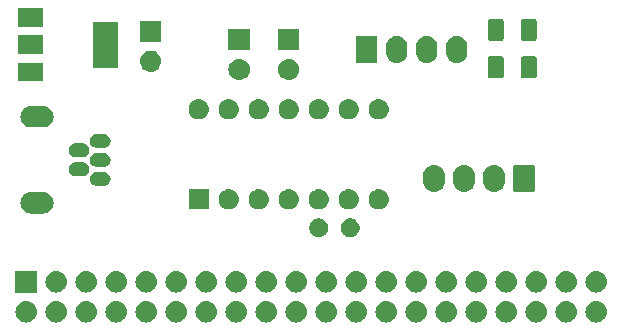
<source format=gbr>
G04 #@! TF.GenerationSoftware,KiCad,Pcbnew,5.1.2-f72e74a~84~ubuntu18.04.1*
G04 #@! TF.CreationDate,2021-05-31T02:13:38+02:00*
G04 #@! TF.ProjectId,USB_I2C_Iface,5553425f-4932-4435-9f49-666163652e6b,rev?*
G04 #@! TF.SameCoordinates,Original*
G04 #@! TF.FileFunction,Soldermask,Top*
G04 #@! TF.FilePolarity,Negative*
%FSLAX46Y46*%
G04 Gerber Fmt 4.6, Leading zero omitted, Abs format (unit mm)*
G04 Created by KiCad (PCBNEW 5.1.2-f72e74a~84~ubuntu18.04.1) date 2021-05-31 02:13:38*
%MOMM*%
%LPD*%
G04 APERTURE LIST*
%ADD10C,0.100000*%
G04 APERTURE END LIST*
D10*
G36*
X94598443Y-60700519D02*
G01*
X94664627Y-60707037D01*
X94834466Y-60758557D01*
X94990991Y-60842222D01*
X95026729Y-60871552D01*
X95128186Y-60954814D01*
X95211448Y-61056271D01*
X95240778Y-61092009D01*
X95324443Y-61248534D01*
X95375963Y-61418373D01*
X95393359Y-61595000D01*
X95375963Y-61771627D01*
X95324443Y-61941466D01*
X95240778Y-62097991D01*
X95211448Y-62133729D01*
X95128186Y-62235186D01*
X95026729Y-62318448D01*
X94990991Y-62347778D01*
X94834466Y-62431443D01*
X94664627Y-62482963D01*
X94598443Y-62489481D01*
X94532260Y-62496000D01*
X94443740Y-62496000D01*
X94377557Y-62489481D01*
X94311373Y-62482963D01*
X94141534Y-62431443D01*
X93985009Y-62347778D01*
X93949271Y-62318448D01*
X93847814Y-62235186D01*
X93764552Y-62133729D01*
X93735222Y-62097991D01*
X93651557Y-61941466D01*
X93600037Y-61771627D01*
X93582641Y-61595000D01*
X93600037Y-61418373D01*
X93651557Y-61248534D01*
X93735222Y-61092009D01*
X93764552Y-61056271D01*
X93847814Y-60954814D01*
X93949271Y-60871552D01*
X93985009Y-60842222D01*
X94141534Y-60758557D01*
X94311373Y-60707037D01*
X94377557Y-60700519D01*
X94443740Y-60694000D01*
X94532260Y-60694000D01*
X94598443Y-60700519D01*
X94598443Y-60700519D01*
G37*
G36*
X69198443Y-60700519D02*
G01*
X69264627Y-60707037D01*
X69434466Y-60758557D01*
X69590991Y-60842222D01*
X69626729Y-60871552D01*
X69728186Y-60954814D01*
X69811448Y-61056271D01*
X69840778Y-61092009D01*
X69924443Y-61248534D01*
X69975963Y-61418373D01*
X69993359Y-61595000D01*
X69975963Y-61771627D01*
X69924443Y-61941466D01*
X69840778Y-62097991D01*
X69811448Y-62133729D01*
X69728186Y-62235186D01*
X69626729Y-62318448D01*
X69590991Y-62347778D01*
X69434466Y-62431443D01*
X69264627Y-62482963D01*
X69198443Y-62489481D01*
X69132260Y-62496000D01*
X69043740Y-62496000D01*
X68977557Y-62489481D01*
X68911373Y-62482963D01*
X68741534Y-62431443D01*
X68585009Y-62347778D01*
X68549271Y-62318448D01*
X68447814Y-62235186D01*
X68364552Y-62133729D01*
X68335222Y-62097991D01*
X68251557Y-61941466D01*
X68200037Y-61771627D01*
X68182641Y-61595000D01*
X68200037Y-61418373D01*
X68251557Y-61248534D01*
X68335222Y-61092009D01*
X68364552Y-61056271D01*
X68447814Y-60954814D01*
X68549271Y-60871552D01*
X68585009Y-60842222D01*
X68741534Y-60758557D01*
X68911373Y-60707037D01*
X68977557Y-60700519D01*
X69043740Y-60694000D01*
X69132260Y-60694000D01*
X69198443Y-60700519D01*
X69198443Y-60700519D01*
G37*
G36*
X48878443Y-60700519D02*
G01*
X48944627Y-60707037D01*
X49114466Y-60758557D01*
X49270991Y-60842222D01*
X49306729Y-60871552D01*
X49408186Y-60954814D01*
X49491448Y-61056271D01*
X49520778Y-61092009D01*
X49604443Y-61248534D01*
X49655963Y-61418373D01*
X49673359Y-61595000D01*
X49655963Y-61771627D01*
X49604443Y-61941466D01*
X49520778Y-62097991D01*
X49491448Y-62133729D01*
X49408186Y-62235186D01*
X49306729Y-62318448D01*
X49270991Y-62347778D01*
X49114466Y-62431443D01*
X48944627Y-62482963D01*
X48878443Y-62489481D01*
X48812260Y-62496000D01*
X48723740Y-62496000D01*
X48657557Y-62489481D01*
X48591373Y-62482963D01*
X48421534Y-62431443D01*
X48265009Y-62347778D01*
X48229271Y-62318448D01*
X48127814Y-62235186D01*
X48044552Y-62133729D01*
X48015222Y-62097991D01*
X47931557Y-61941466D01*
X47880037Y-61771627D01*
X47862641Y-61595000D01*
X47880037Y-61418373D01*
X47931557Y-61248534D01*
X48015222Y-61092009D01*
X48044552Y-61056271D01*
X48127814Y-60954814D01*
X48229271Y-60871552D01*
X48265009Y-60842222D01*
X48421534Y-60758557D01*
X48591373Y-60707037D01*
X48657557Y-60700519D01*
X48723740Y-60694000D01*
X48812260Y-60694000D01*
X48878443Y-60700519D01*
X48878443Y-60700519D01*
G37*
G36*
X51418443Y-60700519D02*
G01*
X51484627Y-60707037D01*
X51654466Y-60758557D01*
X51810991Y-60842222D01*
X51846729Y-60871552D01*
X51948186Y-60954814D01*
X52031448Y-61056271D01*
X52060778Y-61092009D01*
X52144443Y-61248534D01*
X52195963Y-61418373D01*
X52213359Y-61595000D01*
X52195963Y-61771627D01*
X52144443Y-61941466D01*
X52060778Y-62097991D01*
X52031448Y-62133729D01*
X51948186Y-62235186D01*
X51846729Y-62318448D01*
X51810991Y-62347778D01*
X51654466Y-62431443D01*
X51484627Y-62482963D01*
X51418443Y-62489481D01*
X51352260Y-62496000D01*
X51263740Y-62496000D01*
X51197557Y-62489481D01*
X51131373Y-62482963D01*
X50961534Y-62431443D01*
X50805009Y-62347778D01*
X50769271Y-62318448D01*
X50667814Y-62235186D01*
X50584552Y-62133729D01*
X50555222Y-62097991D01*
X50471557Y-61941466D01*
X50420037Y-61771627D01*
X50402641Y-61595000D01*
X50420037Y-61418373D01*
X50471557Y-61248534D01*
X50555222Y-61092009D01*
X50584552Y-61056271D01*
X50667814Y-60954814D01*
X50769271Y-60871552D01*
X50805009Y-60842222D01*
X50961534Y-60758557D01*
X51131373Y-60707037D01*
X51197557Y-60700519D01*
X51263740Y-60694000D01*
X51352260Y-60694000D01*
X51418443Y-60700519D01*
X51418443Y-60700519D01*
G37*
G36*
X53958443Y-60700519D02*
G01*
X54024627Y-60707037D01*
X54194466Y-60758557D01*
X54350991Y-60842222D01*
X54386729Y-60871552D01*
X54488186Y-60954814D01*
X54571448Y-61056271D01*
X54600778Y-61092009D01*
X54684443Y-61248534D01*
X54735963Y-61418373D01*
X54753359Y-61595000D01*
X54735963Y-61771627D01*
X54684443Y-61941466D01*
X54600778Y-62097991D01*
X54571448Y-62133729D01*
X54488186Y-62235186D01*
X54386729Y-62318448D01*
X54350991Y-62347778D01*
X54194466Y-62431443D01*
X54024627Y-62482963D01*
X53958443Y-62489481D01*
X53892260Y-62496000D01*
X53803740Y-62496000D01*
X53737557Y-62489481D01*
X53671373Y-62482963D01*
X53501534Y-62431443D01*
X53345009Y-62347778D01*
X53309271Y-62318448D01*
X53207814Y-62235186D01*
X53124552Y-62133729D01*
X53095222Y-62097991D01*
X53011557Y-61941466D01*
X52960037Y-61771627D01*
X52942641Y-61595000D01*
X52960037Y-61418373D01*
X53011557Y-61248534D01*
X53095222Y-61092009D01*
X53124552Y-61056271D01*
X53207814Y-60954814D01*
X53309271Y-60871552D01*
X53345009Y-60842222D01*
X53501534Y-60758557D01*
X53671373Y-60707037D01*
X53737557Y-60700519D01*
X53803740Y-60694000D01*
X53892260Y-60694000D01*
X53958443Y-60700519D01*
X53958443Y-60700519D01*
G37*
G36*
X56498443Y-60700519D02*
G01*
X56564627Y-60707037D01*
X56734466Y-60758557D01*
X56890991Y-60842222D01*
X56926729Y-60871552D01*
X57028186Y-60954814D01*
X57111448Y-61056271D01*
X57140778Y-61092009D01*
X57224443Y-61248534D01*
X57275963Y-61418373D01*
X57293359Y-61595000D01*
X57275963Y-61771627D01*
X57224443Y-61941466D01*
X57140778Y-62097991D01*
X57111448Y-62133729D01*
X57028186Y-62235186D01*
X56926729Y-62318448D01*
X56890991Y-62347778D01*
X56734466Y-62431443D01*
X56564627Y-62482963D01*
X56498443Y-62489481D01*
X56432260Y-62496000D01*
X56343740Y-62496000D01*
X56277557Y-62489481D01*
X56211373Y-62482963D01*
X56041534Y-62431443D01*
X55885009Y-62347778D01*
X55849271Y-62318448D01*
X55747814Y-62235186D01*
X55664552Y-62133729D01*
X55635222Y-62097991D01*
X55551557Y-61941466D01*
X55500037Y-61771627D01*
X55482641Y-61595000D01*
X55500037Y-61418373D01*
X55551557Y-61248534D01*
X55635222Y-61092009D01*
X55664552Y-61056271D01*
X55747814Y-60954814D01*
X55849271Y-60871552D01*
X55885009Y-60842222D01*
X56041534Y-60758557D01*
X56211373Y-60707037D01*
X56277557Y-60700519D01*
X56343740Y-60694000D01*
X56432260Y-60694000D01*
X56498443Y-60700519D01*
X56498443Y-60700519D01*
G37*
G36*
X59038443Y-60700519D02*
G01*
X59104627Y-60707037D01*
X59274466Y-60758557D01*
X59430991Y-60842222D01*
X59466729Y-60871552D01*
X59568186Y-60954814D01*
X59651448Y-61056271D01*
X59680778Y-61092009D01*
X59764443Y-61248534D01*
X59815963Y-61418373D01*
X59833359Y-61595000D01*
X59815963Y-61771627D01*
X59764443Y-61941466D01*
X59680778Y-62097991D01*
X59651448Y-62133729D01*
X59568186Y-62235186D01*
X59466729Y-62318448D01*
X59430991Y-62347778D01*
X59274466Y-62431443D01*
X59104627Y-62482963D01*
X59038443Y-62489481D01*
X58972260Y-62496000D01*
X58883740Y-62496000D01*
X58817557Y-62489481D01*
X58751373Y-62482963D01*
X58581534Y-62431443D01*
X58425009Y-62347778D01*
X58389271Y-62318448D01*
X58287814Y-62235186D01*
X58204552Y-62133729D01*
X58175222Y-62097991D01*
X58091557Y-61941466D01*
X58040037Y-61771627D01*
X58022641Y-61595000D01*
X58040037Y-61418373D01*
X58091557Y-61248534D01*
X58175222Y-61092009D01*
X58204552Y-61056271D01*
X58287814Y-60954814D01*
X58389271Y-60871552D01*
X58425009Y-60842222D01*
X58581534Y-60758557D01*
X58751373Y-60707037D01*
X58817557Y-60700519D01*
X58883740Y-60694000D01*
X58972260Y-60694000D01*
X59038443Y-60700519D01*
X59038443Y-60700519D01*
G37*
G36*
X61578443Y-60700519D02*
G01*
X61644627Y-60707037D01*
X61814466Y-60758557D01*
X61970991Y-60842222D01*
X62006729Y-60871552D01*
X62108186Y-60954814D01*
X62191448Y-61056271D01*
X62220778Y-61092009D01*
X62304443Y-61248534D01*
X62355963Y-61418373D01*
X62373359Y-61595000D01*
X62355963Y-61771627D01*
X62304443Y-61941466D01*
X62220778Y-62097991D01*
X62191448Y-62133729D01*
X62108186Y-62235186D01*
X62006729Y-62318448D01*
X61970991Y-62347778D01*
X61814466Y-62431443D01*
X61644627Y-62482963D01*
X61578443Y-62489481D01*
X61512260Y-62496000D01*
X61423740Y-62496000D01*
X61357557Y-62489481D01*
X61291373Y-62482963D01*
X61121534Y-62431443D01*
X60965009Y-62347778D01*
X60929271Y-62318448D01*
X60827814Y-62235186D01*
X60744552Y-62133729D01*
X60715222Y-62097991D01*
X60631557Y-61941466D01*
X60580037Y-61771627D01*
X60562641Y-61595000D01*
X60580037Y-61418373D01*
X60631557Y-61248534D01*
X60715222Y-61092009D01*
X60744552Y-61056271D01*
X60827814Y-60954814D01*
X60929271Y-60871552D01*
X60965009Y-60842222D01*
X61121534Y-60758557D01*
X61291373Y-60707037D01*
X61357557Y-60700519D01*
X61423740Y-60694000D01*
X61512260Y-60694000D01*
X61578443Y-60700519D01*
X61578443Y-60700519D01*
G37*
G36*
X64118443Y-60700519D02*
G01*
X64184627Y-60707037D01*
X64354466Y-60758557D01*
X64510991Y-60842222D01*
X64546729Y-60871552D01*
X64648186Y-60954814D01*
X64731448Y-61056271D01*
X64760778Y-61092009D01*
X64844443Y-61248534D01*
X64895963Y-61418373D01*
X64913359Y-61595000D01*
X64895963Y-61771627D01*
X64844443Y-61941466D01*
X64760778Y-62097991D01*
X64731448Y-62133729D01*
X64648186Y-62235186D01*
X64546729Y-62318448D01*
X64510991Y-62347778D01*
X64354466Y-62431443D01*
X64184627Y-62482963D01*
X64118443Y-62489481D01*
X64052260Y-62496000D01*
X63963740Y-62496000D01*
X63897557Y-62489481D01*
X63831373Y-62482963D01*
X63661534Y-62431443D01*
X63505009Y-62347778D01*
X63469271Y-62318448D01*
X63367814Y-62235186D01*
X63284552Y-62133729D01*
X63255222Y-62097991D01*
X63171557Y-61941466D01*
X63120037Y-61771627D01*
X63102641Y-61595000D01*
X63120037Y-61418373D01*
X63171557Y-61248534D01*
X63255222Y-61092009D01*
X63284552Y-61056271D01*
X63367814Y-60954814D01*
X63469271Y-60871552D01*
X63505009Y-60842222D01*
X63661534Y-60758557D01*
X63831373Y-60707037D01*
X63897557Y-60700519D01*
X63963740Y-60694000D01*
X64052260Y-60694000D01*
X64118443Y-60700519D01*
X64118443Y-60700519D01*
G37*
G36*
X66658443Y-60700519D02*
G01*
X66724627Y-60707037D01*
X66894466Y-60758557D01*
X67050991Y-60842222D01*
X67086729Y-60871552D01*
X67188186Y-60954814D01*
X67271448Y-61056271D01*
X67300778Y-61092009D01*
X67384443Y-61248534D01*
X67435963Y-61418373D01*
X67453359Y-61595000D01*
X67435963Y-61771627D01*
X67384443Y-61941466D01*
X67300778Y-62097991D01*
X67271448Y-62133729D01*
X67188186Y-62235186D01*
X67086729Y-62318448D01*
X67050991Y-62347778D01*
X66894466Y-62431443D01*
X66724627Y-62482963D01*
X66658443Y-62489481D01*
X66592260Y-62496000D01*
X66503740Y-62496000D01*
X66437557Y-62489481D01*
X66371373Y-62482963D01*
X66201534Y-62431443D01*
X66045009Y-62347778D01*
X66009271Y-62318448D01*
X65907814Y-62235186D01*
X65824552Y-62133729D01*
X65795222Y-62097991D01*
X65711557Y-61941466D01*
X65660037Y-61771627D01*
X65642641Y-61595000D01*
X65660037Y-61418373D01*
X65711557Y-61248534D01*
X65795222Y-61092009D01*
X65824552Y-61056271D01*
X65907814Y-60954814D01*
X66009271Y-60871552D01*
X66045009Y-60842222D01*
X66201534Y-60758557D01*
X66371373Y-60707037D01*
X66437557Y-60700519D01*
X66503740Y-60694000D01*
X66592260Y-60694000D01*
X66658443Y-60700519D01*
X66658443Y-60700519D01*
G37*
G36*
X97138443Y-60700519D02*
G01*
X97204627Y-60707037D01*
X97374466Y-60758557D01*
X97530991Y-60842222D01*
X97566729Y-60871552D01*
X97668186Y-60954814D01*
X97751448Y-61056271D01*
X97780778Y-61092009D01*
X97864443Y-61248534D01*
X97915963Y-61418373D01*
X97933359Y-61595000D01*
X97915963Y-61771627D01*
X97864443Y-61941466D01*
X97780778Y-62097991D01*
X97751448Y-62133729D01*
X97668186Y-62235186D01*
X97566729Y-62318448D01*
X97530991Y-62347778D01*
X97374466Y-62431443D01*
X97204627Y-62482963D01*
X97138443Y-62489481D01*
X97072260Y-62496000D01*
X96983740Y-62496000D01*
X96917557Y-62489481D01*
X96851373Y-62482963D01*
X96681534Y-62431443D01*
X96525009Y-62347778D01*
X96489271Y-62318448D01*
X96387814Y-62235186D01*
X96304552Y-62133729D01*
X96275222Y-62097991D01*
X96191557Y-61941466D01*
X96140037Y-61771627D01*
X96122641Y-61595000D01*
X96140037Y-61418373D01*
X96191557Y-61248534D01*
X96275222Y-61092009D01*
X96304552Y-61056271D01*
X96387814Y-60954814D01*
X96489271Y-60871552D01*
X96525009Y-60842222D01*
X96681534Y-60758557D01*
X96851373Y-60707037D01*
X96917557Y-60700519D01*
X96983740Y-60694000D01*
X97072260Y-60694000D01*
X97138443Y-60700519D01*
X97138443Y-60700519D01*
G37*
G36*
X74278443Y-60700519D02*
G01*
X74344627Y-60707037D01*
X74514466Y-60758557D01*
X74670991Y-60842222D01*
X74706729Y-60871552D01*
X74808186Y-60954814D01*
X74891448Y-61056271D01*
X74920778Y-61092009D01*
X75004443Y-61248534D01*
X75055963Y-61418373D01*
X75073359Y-61595000D01*
X75055963Y-61771627D01*
X75004443Y-61941466D01*
X74920778Y-62097991D01*
X74891448Y-62133729D01*
X74808186Y-62235186D01*
X74706729Y-62318448D01*
X74670991Y-62347778D01*
X74514466Y-62431443D01*
X74344627Y-62482963D01*
X74278443Y-62489481D01*
X74212260Y-62496000D01*
X74123740Y-62496000D01*
X74057557Y-62489481D01*
X73991373Y-62482963D01*
X73821534Y-62431443D01*
X73665009Y-62347778D01*
X73629271Y-62318448D01*
X73527814Y-62235186D01*
X73444552Y-62133729D01*
X73415222Y-62097991D01*
X73331557Y-61941466D01*
X73280037Y-61771627D01*
X73262641Y-61595000D01*
X73280037Y-61418373D01*
X73331557Y-61248534D01*
X73415222Y-61092009D01*
X73444552Y-61056271D01*
X73527814Y-60954814D01*
X73629271Y-60871552D01*
X73665009Y-60842222D01*
X73821534Y-60758557D01*
X73991373Y-60707037D01*
X74057557Y-60700519D01*
X74123740Y-60694000D01*
X74212260Y-60694000D01*
X74278443Y-60700519D01*
X74278443Y-60700519D01*
G37*
G36*
X76818443Y-60700519D02*
G01*
X76884627Y-60707037D01*
X77054466Y-60758557D01*
X77210991Y-60842222D01*
X77246729Y-60871552D01*
X77348186Y-60954814D01*
X77431448Y-61056271D01*
X77460778Y-61092009D01*
X77544443Y-61248534D01*
X77595963Y-61418373D01*
X77613359Y-61595000D01*
X77595963Y-61771627D01*
X77544443Y-61941466D01*
X77460778Y-62097991D01*
X77431448Y-62133729D01*
X77348186Y-62235186D01*
X77246729Y-62318448D01*
X77210991Y-62347778D01*
X77054466Y-62431443D01*
X76884627Y-62482963D01*
X76818443Y-62489481D01*
X76752260Y-62496000D01*
X76663740Y-62496000D01*
X76597557Y-62489481D01*
X76531373Y-62482963D01*
X76361534Y-62431443D01*
X76205009Y-62347778D01*
X76169271Y-62318448D01*
X76067814Y-62235186D01*
X75984552Y-62133729D01*
X75955222Y-62097991D01*
X75871557Y-61941466D01*
X75820037Y-61771627D01*
X75802641Y-61595000D01*
X75820037Y-61418373D01*
X75871557Y-61248534D01*
X75955222Y-61092009D01*
X75984552Y-61056271D01*
X76067814Y-60954814D01*
X76169271Y-60871552D01*
X76205009Y-60842222D01*
X76361534Y-60758557D01*
X76531373Y-60707037D01*
X76597557Y-60700519D01*
X76663740Y-60694000D01*
X76752260Y-60694000D01*
X76818443Y-60700519D01*
X76818443Y-60700519D01*
G37*
G36*
X79358443Y-60700519D02*
G01*
X79424627Y-60707037D01*
X79594466Y-60758557D01*
X79750991Y-60842222D01*
X79786729Y-60871552D01*
X79888186Y-60954814D01*
X79971448Y-61056271D01*
X80000778Y-61092009D01*
X80084443Y-61248534D01*
X80135963Y-61418373D01*
X80153359Y-61595000D01*
X80135963Y-61771627D01*
X80084443Y-61941466D01*
X80000778Y-62097991D01*
X79971448Y-62133729D01*
X79888186Y-62235186D01*
X79786729Y-62318448D01*
X79750991Y-62347778D01*
X79594466Y-62431443D01*
X79424627Y-62482963D01*
X79358443Y-62489481D01*
X79292260Y-62496000D01*
X79203740Y-62496000D01*
X79137557Y-62489481D01*
X79071373Y-62482963D01*
X78901534Y-62431443D01*
X78745009Y-62347778D01*
X78709271Y-62318448D01*
X78607814Y-62235186D01*
X78524552Y-62133729D01*
X78495222Y-62097991D01*
X78411557Y-61941466D01*
X78360037Y-61771627D01*
X78342641Y-61595000D01*
X78360037Y-61418373D01*
X78411557Y-61248534D01*
X78495222Y-61092009D01*
X78524552Y-61056271D01*
X78607814Y-60954814D01*
X78709271Y-60871552D01*
X78745009Y-60842222D01*
X78901534Y-60758557D01*
X79071373Y-60707037D01*
X79137557Y-60700519D01*
X79203740Y-60694000D01*
X79292260Y-60694000D01*
X79358443Y-60700519D01*
X79358443Y-60700519D01*
G37*
G36*
X81898443Y-60700519D02*
G01*
X81964627Y-60707037D01*
X82134466Y-60758557D01*
X82290991Y-60842222D01*
X82326729Y-60871552D01*
X82428186Y-60954814D01*
X82511448Y-61056271D01*
X82540778Y-61092009D01*
X82624443Y-61248534D01*
X82675963Y-61418373D01*
X82693359Y-61595000D01*
X82675963Y-61771627D01*
X82624443Y-61941466D01*
X82540778Y-62097991D01*
X82511448Y-62133729D01*
X82428186Y-62235186D01*
X82326729Y-62318448D01*
X82290991Y-62347778D01*
X82134466Y-62431443D01*
X81964627Y-62482963D01*
X81898443Y-62489481D01*
X81832260Y-62496000D01*
X81743740Y-62496000D01*
X81677557Y-62489481D01*
X81611373Y-62482963D01*
X81441534Y-62431443D01*
X81285009Y-62347778D01*
X81249271Y-62318448D01*
X81147814Y-62235186D01*
X81064552Y-62133729D01*
X81035222Y-62097991D01*
X80951557Y-61941466D01*
X80900037Y-61771627D01*
X80882641Y-61595000D01*
X80900037Y-61418373D01*
X80951557Y-61248534D01*
X81035222Y-61092009D01*
X81064552Y-61056271D01*
X81147814Y-60954814D01*
X81249271Y-60871552D01*
X81285009Y-60842222D01*
X81441534Y-60758557D01*
X81611373Y-60707037D01*
X81677557Y-60700519D01*
X81743740Y-60694000D01*
X81832260Y-60694000D01*
X81898443Y-60700519D01*
X81898443Y-60700519D01*
G37*
G36*
X84438443Y-60700519D02*
G01*
X84504627Y-60707037D01*
X84674466Y-60758557D01*
X84830991Y-60842222D01*
X84866729Y-60871552D01*
X84968186Y-60954814D01*
X85051448Y-61056271D01*
X85080778Y-61092009D01*
X85164443Y-61248534D01*
X85215963Y-61418373D01*
X85233359Y-61595000D01*
X85215963Y-61771627D01*
X85164443Y-61941466D01*
X85080778Y-62097991D01*
X85051448Y-62133729D01*
X84968186Y-62235186D01*
X84866729Y-62318448D01*
X84830991Y-62347778D01*
X84674466Y-62431443D01*
X84504627Y-62482963D01*
X84438443Y-62489481D01*
X84372260Y-62496000D01*
X84283740Y-62496000D01*
X84217557Y-62489481D01*
X84151373Y-62482963D01*
X83981534Y-62431443D01*
X83825009Y-62347778D01*
X83789271Y-62318448D01*
X83687814Y-62235186D01*
X83604552Y-62133729D01*
X83575222Y-62097991D01*
X83491557Y-61941466D01*
X83440037Y-61771627D01*
X83422641Y-61595000D01*
X83440037Y-61418373D01*
X83491557Y-61248534D01*
X83575222Y-61092009D01*
X83604552Y-61056271D01*
X83687814Y-60954814D01*
X83789271Y-60871552D01*
X83825009Y-60842222D01*
X83981534Y-60758557D01*
X84151373Y-60707037D01*
X84217557Y-60700519D01*
X84283740Y-60694000D01*
X84372260Y-60694000D01*
X84438443Y-60700519D01*
X84438443Y-60700519D01*
G37*
G36*
X86978443Y-60700519D02*
G01*
X87044627Y-60707037D01*
X87214466Y-60758557D01*
X87370991Y-60842222D01*
X87406729Y-60871552D01*
X87508186Y-60954814D01*
X87591448Y-61056271D01*
X87620778Y-61092009D01*
X87704443Y-61248534D01*
X87755963Y-61418373D01*
X87773359Y-61595000D01*
X87755963Y-61771627D01*
X87704443Y-61941466D01*
X87620778Y-62097991D01*
X87591448Y-62133729D01*
X87508186Y-62235186D01*
X87406729Y-62318448D01*
X87370991Y-62347778D01*
X87214466Y-62431443D01*
X87044627Y-62482963D01*
X86978443Y-62489481D01*
X86912260Y-62496000D01*
X86823740Y-62496000D01*
X86757557Y-62489481D01*
X86691373Y-62482963D01*
X86521534Y-62431443D01*
X86365009Y-62347778D01*
X86329271Y-62318448D01*
X86227814Y-62235186D01*
X86144552Y-62133729D01*
X86115222Y-62097991D01*
X86031557Y-61941466D01*
X85980037Y-61771627D01*
X85962641Y-61595000D01*
X85980037Y-61418373D01*
X86031557Y-61248534D01*
X86115222Y-61092009D01*
X86144552Y-61056271D01*
X86227814Y-60954814D01*
X86329271Y-60871552D01*
X86365009Y-60842222D01*
X86521534Y-60758557D01*
X86691373Y-60707037D01*
X86757557Y-60700519D01*
X86823740Y-60694000D01*
X86912260Y-60694000D01*
X86978443Y-60700519D01*
X86978443Y-60700519D01*
G37*
G36*
X89518443Y-60700519D02*
G01*
X89584627Y-60707037D01*
X89754466Y-60758557D01*
X89910991Y-60842222D01*
X89946729Y-60871552D01*
X90048186Y-60954814D01*
X90131448Y-61056271D01*
X90160778Y-61092009D01*
X90244443Y-61248534D01*
X90295963Y-61418373D01*
X90313359Y-61595000D01*
X90295963Y-61771627D01*
X90244443Y-61941466D01*
X90160778Y-62097991D01*
X90131448Y-62133729D01*
X90048186Y-62235186D01*
X89946729Y-62318448D01*
X89910991Y-62347778D01*
X89754466Y-62431443D01*
X89584627Y-62482963D01*
X89518443Y-62489481D01*
X89452260Y-62496000D01*
X89363740Y-62496000D01*
X89297557Y-62489481D01*
X89231373Y-62482963D01*
X89061534Y-62431443D01*
X88905009Y-62347778D01*
X88869271Y-62318448D01*
X88767814Y-62235186D01*
X88684552Y-62133729D01*
X88655222Y-62097991D01*
X88571557Y-61941466D01*
X88520037Y-61771627D01*
X88502641Y-61595000D01*
X88520037Y-61418373D01*
X88571557Y-61248534D01*
X88655222Y-61092009D01*
X88684552Y-61056271D01*
X88767814Y-60954814D01*
X88869271Y-60871552D01*
X88905009Y-60842222D01*
X89061534Y-60758557D01*
X89231373Y-60707037D01*
X89297557Y-60700519D01*
X89363740Y-60694000D01*
X89452260Y-60694000D01*
X89518443Y-60700519D01*
X89518443Y-60700519D01*
G37*
G36*
X92058443Y-60700519D02*
G01*
X92124627Y-60707037D01*
X92294466Y-60758557D01*
X92450991Y-60842222D01*
X92486729Y-60871552D01*
X92588186Y-60954814D01*
X92671448Y-61056271D01*
X92700778Y-61092009D01*
X92784443Y-61248534D01*
X92835963Y-61418373D01*
X92853359Y-61595000D01*
X92835963Y-61771627D01*
X92784443Y-61941466D01*
X92700778Y-62097991D01*
X92671448Y-62133729D01*
X92588186Y-62235186D01*
X92486729Y-62318448D01*
X92450991Y-62347778D01*
X92294466Y-62431443D01*
X92124627Y-62482963D01*
X92058443Y-62489481D01*
X91992260Y-62496000D01*
X91903740Y-62496000D01*
X91837557Y-62489481D01*
X91771373Y-62482963D01*
X91601534Y-62431443D01*
X91445009Y-62347778D01*
X91409271Y-62318448D01*
X91307814Y-62235186D01*
X91224552Y-62133729D01*
X91195222Y-62097991D01*
X91111557Y-61941466D01*
X91060037Y-61771627D01*
X91042641Y-61595000D01*
X91060037Y-61418373D01*
X91111557Y-61248534D01*
X91195222Y-61092009D01*
X91224552Y-61056271D01*
X91307814Y-60954814D01*
X91409271Y-60871552D01*
X91445009Y-60842222D01*
X91601534Y-60758557D01*
X91771373Y-60707037D01*
X91837557Y-60700519D01*
X91903740Y-60694000D01*
X91992260Y-60694000D01*
X92058443Y-60700519D01*
X92058443Y-60700519D01*
G37*
G36*
X71738443Y-60700519D02*
G01*
X71804627Y-60707037D01*
X71974466Y-60758557D01*
X72130991Y-60842222D01*
X72166729Y-60871552D01*
X72268186Y-60954814D01*
X72351448Y-61056271D01*
X72380778Y-61092009D01*
X72464443Y-61248534D01*
X72515963Y-61418373D01*
X72533359Y-61595000D01*
X72515963Y-61771627D01*
X72464443Y-61941466D01*
X72380778Y-62097991D01*
X72351448Y-62133729D01*
X72268186Y-62235186D01*
X72166729Y-62318448D01*
X72130991Y-62347778D01*
X71974466Y-62431443D01*
X71804627Y-62482963D01*
X71738443Y-62489481D01*
X71672260Y-62496000D01*
X71583740Y-62496000D01*
X71517557Y-62489481D01*
X71451373Y-62482963D01*
X71281534Y-62431443D01*
X71125009Y-62347778D01*
X71089271Y-62318448D01*
X70987814Y-62235186D01*
X70904552Y-62133729D01*
X70875222Y-62097991D01*
X70791557Y-61941466D01*
X70740037Y-61771627D01*
X70722641Y-61595000D01*
X70740037Y-61418373D01*
X70791557Y-61248534D01*
X70875222Y-61092009D01*
X70904552Y-61056271D01*
X70987814Y-60954814D01*
X71089271Y-60871552D01*
X71125009Y-60842222D01*
X71281534Y-60758557D01*
X71451373Y-60707037D01*
X71517557Y-60700519D01*
X71583740Y-60694000D01*
X71672260Y-60694000D01*
X71738443Y-60700519D01*
X71738443Y-60700519D01*
G37*
G36*
X69198442Y-58160518D02*
G01*
X69264627Y-58167037D01*
X69434466Y-58218557D01*
X69590991Y-58302222D01*
X69626729Y-58331552D01*
X69728186Y-58414814D01*
X69811448Y-58516271D01*
X69840778Y-58552009D01*
X69924443Y-58708534D01*
X69975963Y-58878373D01*
X69993359Y-59055000D01*
X69975963Y-59231627D01*
X69924443Y-59401466D01*
X69840778Y-59557991D01*
X69811448Y-59593729D01*
X69728186Y-59695186D01*
X69626729Y-59778448D01*
X69590991Y-59807778D01*
X69434466Y-59891443D01*
X69264627Y-59942963D01*
X69198442Y-59949482D01*
X69132260Y-59956000D01*
X69043740Y-59956000D01*
X68977558Y-59949482D01*
X68911373Y-59942963D01*
X68741534Y-59891443D01*
X68585009Y-59807778D01*
X68549271Y-59778448D01*
X68447814Y-59695186D01*
X68364552Y-59593729D01*
X68335222Y-59557991D01*
X68251557Y-59401466D01*
X68200037Y-59231627D01*
X68182641Y-59055000D01*
X68200037Y-58878373D01*
X68251557Y-58708534D01*
X68335222Y-58552009D01*
X68364552Y-58516271D01*
X68447814Y-58414814D01*
X68549271Y-58331552D01*
X68585009Y-58302222D01*
X68741534Y-58218557D01*
X68911373Y-58167037D01*
X68977558Y-58160518D01*
X69043740Y-58154000D01*
X69132260Y-58154000D01*
X69198442Y-58160518D01*
X69198442Y-58160518D01*
G37*
G36*
X61578442Y-58160518D02*
G01*
X61644627Y-58167037D01*
X61814466Y-58218557D01*
X61970991Y-58302222D01*
X62006729Y-58331552D01*
X62108186Y-58414814D01*
X62191448Y-58516271D01*
X62220778Y-58552009D01*
X62304443Y-58708534D01*
X62355963Y-58878373D01*
X62373359Y-59055000D01*
X62355963Y-59231627D01*
X62304443Y-59401466D01*
X62220778Y-59557991D01*
X62191448Y-59593729D01*
X62108186Y-59695186D01*
X62006729Y-59778448D01*
X61970991Y-59807778D01*
X61814466Y-59891443D01*
X61644627Y-59942963D01*
X61578442Y-59949482D01*
X61512260Y-59956000D01*
X61423740Y-59956000D01*
X61357558Y-59949482D01*
X61291373Y-59942963D01*
X61121534Y-59891443D01*
X60965009Y-59807778D01*
X60929271Y-59778448D01*
X60827814Y-59695186D01*
X60744552Y-59593729D01*
X60715222Y-59557991D01*
X60631557Y-59401466D01*
X60580037Y-59231627D01*
X60562641Y-59055000D01*
X60580037Y-58878373D01*
X60631557Y-58708534D01*
X60715222Y-58552009D01*
X60744552Y-58516271D01*
X60827814Y-58414814D01*
X60929271Y-58331552D01*
X60965009Y-58302222D01*
X61121534Y-58218557D01*
X61291373Y-58167037D01*
X61357558Y-58160518D01*
X61423740Y-58154000D01*
X61512260Y-58154000D01*
X61578442Y-58160518D01*
X61578442Y-58160518D01*
G37*
G36*
X84438442Y-58160518D02*
G01*
X84504627Y-58167037D01*
X84674466Y-58218557D01*
X84830991Y-58302222D01*
X84866729Y-58331552D01*
X84968186Y-58414814D01*
X85051448Y-58516271D01*
X85080778Y-58552009D01*
X85164443Y-58708534D01*
X85215963Y-58878373D01*
X85233359Y-59055000D01*
X85215963Y-59231627D01*
X85164443Y-59401466D01*
X85080778Y-59557991D01*
X85051448Y-59593729D01*
X84968186Y-59695186D01*
X84866729Y-59778448D01*
X84830991Y-59807778D01*
X84674466Y-59891443D01*
X84504627Y-59942963D01*
X84438442Y-59949482D01*
X84372260Y-59956000D01*
X84283740Y-59956000D01*
X84217558Y-59949482D01*
X84151373Y-59942963D01*
X83981534Y-59891443D01*
X83825009Y-59807778D01*
X83789271Y-59778448D01*
X83687814Y-59695186D01*
X83604552Y-59593729D01*
X83575222Y-59557991D01*
X83491557Y-59401466D01*
X83440037Y-59231627D01*
X83422641Y-59055000D01*
X83440037Y-58878373D01*
X83491557Y-58708534D01*
X83575222Y-58552009D01*
X83604552Y-58516271D01*
X83687814Y-58414814D01*
X83789271Y-58331552D01*
X83825009Y-58302222D01*
X83981534Y-58218557D01*
X84151373Y-58167037D01*
X84217558Y-58160518D01*
X84283740Y-58154000D01*
X84372260Y-58154000D01*
X84438442Y-58160518D01*
X84438442Y-58160518D01*
G37*
G36*
X66658442Y-58160518D02*
G01*
X66724627Y-58167037D01*
X66894466Y-58218557D01*
X67050991Y-58302222D01*
X67086729Y-58331552D01*
X67188186Y-58414814D01*
X67271448Y-58516271D01*
X67300778Y-58552009D01*
X67384443Y-58708534D01*
X67435963Y-58878373D01*
X67453359Y-59055000D01*
X67435963Y-59231627D01*
X67384443Y-59401466D01*
X67300778Y-59557991D01*
X67271448Y-59593729D01*
X67188186Y-59695186D01*
X67086729Y-59778448D01*
X67050991Y-59807778D01*
X66894466Y-59891443D01*
X66724627Y-59942963D01*
X66658442Y-59949482D01*
X66592260Y-59956000D01*
X66503740Y-59956000D01*
X66437558Y-59949482D01*
X66371373Y-59942963D01*
X66201534Y-59891443D01*
X66045009Y-59807778D01*
X66009271Y-59778448D01*
X65907814Y-59695186D01*
X65824552Y-59593729D01*
X65795222Y-59557991D01*
X65711557Y-59401466D01*
X65660037Y-59231627D01*
X65642641Y-59055000D01*
X65660037Y-58878373D01*
X65711557Y-58708534D01*
X65795222Y-58552009D01*
X65824552Y-58516271D01*
X65907814Y-58414814D01*
X66009271Y-58331552D01*
X66045009Y-58302222D01*
X66201534Y-58218557D01*
X66371373Y-58167037D01*
X66437558Y-58160518D01*
X66503740Y-58154000D01*
X66592260Y-58154000D01*
X66658442Y-58160518D01*
X66658442Y-58160518D01*
G37*
G36*
X64118442Y-58160518D02*
G01*
X64184627Y-58167037D01*
X64354466Y-58218557D01*
X64510991Y-58302222D01*
X64546729Y-58331552D01*
X64648186Y-58414814D01*
X64731448Y-58516271D01*
X64760778Y-58552009D01*
X64844443Y-58708534D01*
X64895963Y-58878373D01*
X64913359Y-59055000D01*
X64895963Y-59231627D01*
X64844443Y-59401466D01*
X64760778Y-59557991D01*
X64731448Y-59593729D01*
X64648186Y-59695186D01*
X64546729Y-59778448D01*
X64510991Y-59807778D01*
X64354466Y-59891443D01*
X64184627Y-59942963D01*
X64118442Y-59949482D01*
X64052260Y-59956000D01*
X63963740Y-59956000D01*
X63897558Y-59949482D01*
X63831373Y-59942963D01*
X63661534Y-59891443D01*
X63505009Y-59807778D01*
X63469271Y-59778448D01*
X63367814Y-59695186D01*
X63284552Y-59593729D01*
X63255222Y-59557991D01*
X63171557Y-59401466D01*
X63120037Y-59231627D01*
X63102641Y-59055000D01*
X63120037Y-58878373D01*
X63171557Y-58708534D01*
X63255222Y-58552009D01*
X63284552Y-58516271D01*
X63367814Y-58414814D01*
X63469271Y-58331552D01*
X63505009Y-58302222D01*
X63661534Y-58218557D01*
X63831373Y-58167037D01*
X63897558Y-58160518D01*
X63963740Y-58154000D01*
X64052260Y-58154000D01*
X64118442Y-58160518D01*
X64118442Y-58160518D01*
G37*
G36*
X92058442Y-58160518D02*
G01*
X92124627Y-58167037D01*
X92294466Y-58218557D01*
X92450991Y-58302222D01*
X92486729Y-58331552D01*
X92588186Y-58414814D01*
X92671448Y-58516271D01*
X92700778Y-58552009D01*
X92784443Y-58708534D01*
X92835963Y-58878373D01*
X92853359Y-59055000D01*
X92835963Y-59231627D01*
X92784443Y-59401466D01*
X92700778Y-59557991D01*
X92671448Y-59593729D01*
X92588186Y-59695186D01*
X92486729Y-59778448D01*
X92450991Y-59807778D01*
X92294466Y-59891443D01*
X92124627Y-59942963D01*
X92058442Y-59949482D01*
X91992260Y-59956000D01*
X91903740Y-59956000D01*
X91837558Y-59949482D01*
X91771373Y-59942963D01*
X91601534Y-59891443D01*
X91445009Y-59807778D01*
X91409271Y-59778448D01*
X91307814Y-59695186D01*
X91224552Y-59593729D01*
X91195222Y-59557991D01*
X91111557Y-59401466D01*
X91060037Y-59231627D01*
X91042641Y-59055000D01*
X91060037Y-58878373D01*
X91111557Y-58708534D01*
X91195222Y-58552009D01*
X91224552Y-58516271D01*
X91307814Y-58414814D01*
X91409271Y-58331552D01*
X91445009Y-58302222D01*
X91601534Y-58218557D01*
X91771373Y-58167037D01*
X91837558Y-58160518D01*
X91903740Y-58154000D01*
X91992260Y-58154000D01*
X92058442Y-58160518D01*
X92058442Y-58160518D01*
G37*
G36*
X89518442Y-58160518D02*
G01*
X89584627Y-58167037D01*
X89754466Y-58218557D01*
X89910991Y-58302222D01*
X89946729Y-58331552D01*
X90048186Y-58414814D01*
X90131448Y-58516271D01*
X90160778Y-58552009D01*
X90244443Y-58708534D01*
X90295963Y-58878373D01*
X90313359Y-59055000D01*
X90295963Y-59231627D01*
X90244443Y-59401466D01*
X90160778Y-59557991D01*
X90131448Y-59593729D01*
X90048186Y-59695186D01*
X89946729Y-59778448D01*
X89910991Y-59807778D01*
X89754466Y-59891443D01*
X89584627Y-59942963D01*
X89518442Y-59949482D01*
X89452260Y-59956000D01*
X89363740Y-59956000D01*
X89297558Y-59949482D01*
X89231373Y-59942963D01*
X89061534Y-59891443D01*
X88905009Y-59807778D01*
X88869271Y-59778448D01*
X88767814Y-59695186D01*
X88684552Y-59593729D01*
X88655222Y-59557991D01*
X88571557Y-59401466D01*
X88520037Y-59231627D01*
X88502641Y-59055000D01*
X88520037Y-58878373D01*
X88571557Y-58708534D01*
X88655222Y-58552009D01*
X88684552Y-58516271D01*
X88767814Y-58414814D01*
X88869271Y-58331552D01*
X88905009Y-58302222D01*
X89061534Y-58218557D01*
X89231373Y-58167037D01*
X89297558Y-58160518D01*
X89363740Y-58154000D01*
X89452260Y-58154000D01*
X89518442Y-58160518D01*
X89518442Y-58160518D01*
G37*
G36*
X86978442Y-58160518D02*
G01*
X87044627Y-58167037D01*
X87214466Y-58218557D01*
X87370991Y-58302222D01*
X87406729Y-58331552D01*
X87508186Y-58414814D01*
X87591448Y-58516271D01*
X87620778Y-58552009D01*
X87704443Y-58708534D01*
X87755963Y-58878373D01*
X87773359Y-59055000D01*
X87755963Y-59231627D01*
X87704443Y-59401466D01*
X87620778Y-59557991D01*
X87591448Y-59593729D01*
X87508186Y-59695186D01*
X87406729Y-59778448D01*
X87370991Y-59807778D01*
X87214466Y-59891443D01*
X87044627Y-59942963D01*
X86978442Y-59949482D01*
X86912260Y-59956000D01*
X86823740Y-59956000D01*
X86757558Y-59949482D01*
X86691373Y-59942963D01*
X86521534Y-59891443D01*
X86365009Y-59807778D01*
X86329271Y-59778448D01*
X86227814Y-59695186D01*
X86144552Y-59593729D01*
X86115222Y-59557991D01*
X86031557Y-59401466D01*
X85980037Y-59231627D01*
X85962641Y-59055000D01*
X85980037Y-58878373D01*
X86031557Y-58708534D01*
X86115222Y-58552009D01*
X86144552Y-58516271D01*
X86227814Y-58414814D01*
X86329271Y-58331552D01*
X86365009Y-58302222D01*
X86521534Y-58218557D01*
X86691373Y-58167037D01*
X86757558Y-58160518D01*
X86823740Y-58154000D01*
X86912260Y-58154000D01*
X86978442Y-58160518D01*
X86978442Y-58160518D01*
G37*
G36*
X94598442Y-58160518D02*
G01*
X94664627Y-58167037D01*
X94834466Y-58218557D01*
X94990991Y-58302222D01*
X95026729Y-58331552D01*
X95128186Y-58414814D01*
X95211448Y-58516271D01*
X95240778Y-58552009D01*
X95324443Y-58708534D01*
X95375963Y-58878373D01*
X95393359Y-59055000D01*
X95375963Y-59231627D01*
X95324443Y-59401466D01*
X95240778Y-59557991D01*
X95211448Y-59593729D01*
X95128186Y-59695186D01*
X95026729Y-59778448D01*
X94990991Y-59807778D01*
X94834466Y-59891443D01*
X94664627Y-59942963D01*
X94598442Y-59949482D01*
X94532260Y-59956000D01*
X94443740Y-59956000D01*
X94377558Y-59949482D01*
X94311373Y-59942963D01*
X94141534Y-59891443D01*
X93985009Y-59807778D01*
X93949271Y-59778448D01*
X93847814Y-59695186D01*
X93764552Y-59593729D01*
X93735222Y-59557991D01*
X93651557Y-59401466D01*
X93600037Y-59231627D01*
X93582641Y-59055000D01*
X93600037Y-58878373D01*
X93651557Y-58708534D01*
X93735222Y-58552009D01*
X93764552Y-58516271D01*
X93847814Y-58414814D01*
X93949271Y-58331552D01*
X93985009Y-58302222D01*
X94141534Y-58218557D01*
X94311373Y-58167037D01*
X94377558Y-58160518D01*
X94443740Y-58154000D01*
X94532260Y-58154000D01*
X94598442Y-58160518D01*
X94598442Y-58160518D01*
G37*
G36*
X97138442Y-58160518D02*
G01*
X97204627Y-58167037D01*
X97374466Y-58218557D01*
X97530991Y-58302222D01*
X97566729Y-58331552D01*
X97668186Y-58414814D01*
X97751448Y-58516271D01*
X97780778Y-58552009D01*
X97864443Y-58708534D01*
X97915963Y-58878373D01*
X97933359Y-59055000D01*
X97915963Y-59231627D01*
X97864443Y-59401466D01*
X97780778Y-59557991D01*
X97751448Y-59593729D01*
X97668186Y-59695186D01*
X97566729Y-59778448D01*
X97530991Y-59807778D01*
X97374466Y-59891443D01*
X97204627Y-59942963D01*
X97138442Y-59949482D01*
X97072260Y-59956000D01*
X96983740Y-59956000D01*
X96917558Y-59949482D01*
X96851373Y-59942963D01*
X96681534Y-59891443D01*
X96525009Y-59807778D01*
X96489271Y-59778448D01*
X96387814Y-59695186D01*
X96304552Y-59593729D01*
X96275222Y-59557991D01*
X96191557Y-59401466D01*
X96140037Y-59231627D01*
X96122641Y-59055000D01*
X96140037Y-58878373D01*
X96191557Y-58708534D01*
X96275222Y-58552009D01*
X96304552Y-58516271D01*
X96387814Y-58414814D01*
X96489271Y-58331552D01*
X96525009Y-58302222D01*
X96681534Y-58218557D01*
X96851373Y-58167037D01*
X96917558Y-58160518D01*
X96983740Y-58154000D01*
X97072260Y-58154000D01*
X97138442Y-58160518D01*
X97138442Y-58160518D01*
G37*
G36*
X59038442Y-58160518D02*
G01*
X59104627Y-58167037D01*
X59274466Y-58218557D01*
X59430991Y-58302222D01*
X59466729Y-58331552D01*
X59568186Y-58414814D01*
X59651448Y-58516271D01*
X59680778Y-58552009D01*
X59764443Y-58708534D01*
X59815963Y-58878373D01*
X59833359Y-59055000D01*
X59815963Y-59231627D01*
X59764443Y-59401466D01*
X59680778Y-59557991D01*
X59651448Y-59593729D01*
X59568186Y-59695186D01*
X59466729Y-59778448D01*
X59430991Y-59807778D01*
X59274466Y-59891443D01*
X59104627Y-59942963D01*
X59038442Y-59949482D01*
X58972260Y-59956000D01*
X58883740Y-59956000D01*
X58817558Y-59949482D01*
X58751373Y-59942963D01*
X58581534Y-59891443D01*
X58425009Y-59807778D01*
X58389271Y-59778448D01*
X58287814Y-59695186D01*
X58204552Y-59593729D01*
X58175222Y-59557991D01*
X58091557Y-59401466D01*
X58040037Y-59231627D01*
X58022641Y-59055000D01*
X58040037Y-58878373D01*
X58091557Y-58708534D01*
X58175222Y-58552009D01*
X58204552Y-58516271D01*
X58287814Y-58414814D01*
X58389271Y-58331552D01*
X58425009Y-58302222D01*
X58581534Y-58218557D01*
X58751373Y-58167037D01*
X58817558Y-58160518D01*
X58883740Y-58154000D01*
X58972260Y-58154000D01*
X59038442Y-58160518D01*
X59038442Y-58160518D01*
G37*
G36*
X71738442Y-58160518D02*
G01*
X71804627Y-58167037D01*
X71974466Y-58218557D01*
X72130991Y-58302222D01*
X72166729Y-58331552D01*
X72268186Y-58414814D01*
X72351448Y-58516271D01*
X72380778Y-58552009D01*
X72464443Y-58708534D01*
X72515963Y-58878373D01*
X72533359Y-59055000D01*
X72515963Y-59231627D01*
X72464443Y-59401466D01*
X72380778Y-59557991D01*
X72351448Y-59593729D01*
X72268186Y-59695186D01*
X72166729Y-59778448D01*
X72130991Y-59807778D01*
X71974466Y-59891443D01*
X71804627Y-59942963D01*
X71738442Y-59949482D01*
X71672260Y-59956000D01*
X71583740Y-59956000D01*
X71517558Y-59949482D01*
X71451373Y-59942963D01*
X71281534Y-59891443D01*
X71125009Y-59807778D01*
X71089271Y-59778448D01*
X70987814Y-59695186D01*
X70904552Y-59593729D01*
X70875222Y-59557991D01*
X70791557Y-59401466D01*
X70740037Y-59231627D01*
X70722641Y-59055000D01*
X70740037Y-58878373D01*
X70791557Y-58708534D01*
X70875222Y-58552009D01*
X70904552Y-58516271D01*
X70987814Y-58414814D01*
X71089271Y-58331552D01*
X71125009Y-58302222D01*
X71281534Y-58218557D01*
X71451373Y-58167037D01*
X71517558Y-58160518D01*
X71583740Y-58154000D01*
X71672260Y-58154000D01*
X71738442Y-58160518D01*
X71738442Y-58160518D01*
G37*
G36*
X74278442Y-58160518D02*
G01*
X74344627Y-58167037D01*
X74514466Y-58218557D01*
X74670991Y-58302222D01*
X74706729Y-58331552D01*
X74808186Y-58414814D01*
X74891448Y-58516271D01*
X74920778Y-58552009D01*
X75004443Y-58708534D01*
X75055963Y-58878373D01*
X75073359Y-59055000D01*
X75055963Y-59231627D01*
X75004443Y-59401466D01*
X74920778Y-59557991D01*
X74891448Y-59593729D01*
X74808186Y-59695186D01*
X74706729Y-59778448D01*
X74670991Y-59807778D01*
X74514466Y-59891443D01*
X74344627Y-59942963D01*
X74278442Y-59949482D01*
X74212260Y-59956000D01*
X74123740Y-59956000D01*
X74057558Y-59949482D01*
X73991373Y-59942963D01*
X73821534Y-59891443D01*
X73665009Y-59807778D01*
X73629271Y-59778448D01*
X73527814Y-59695186D01*
X73444552Y-59593729D01*
X73415222Y-59557991D01*
X73331557Y-59401466D01*
X73280037Y-59231627D01*
X73262641Y-59055000D01*
X73280037Y-58878373D01*
X73331557Y-58708534D01*
X73415222Y-58552009D01*
X73444552Y-58516271D01*
X73527814Y-58414814D01*
X73629271Y-58331552D01*
X73665009Y-58302222D01*
X73821534Y-58218557D01*
X73991373Y-58167037D01*
X74057558Y-58160518D01*
X74123740Y-58154000D01*
X74212260Y-58154000D01*
X74278442Y-58160518D01*
X74278442Y-58160518D01*
G37*
G36*
X76818442Y-58160518D02*
G01*
X76884627Y-58167037D01*
X77054466Y-58218557D01*
X77210991Y-58302222D01*
X77246729Y-58331552D01*
X77348186Y-58414814D01*
X77431448Y-58516271D01*
X77460778Y-58552009D01*
X77544443Y-58708534D01*
X77595963Y-58878373D01*
X77613359Y-59055000D01*
X77595963Y-59231627D01*
X77544443Y-59401466D01*
X77460778Y-59557991D01*
X77431448Y-59593729D01*
X77348186Y-59695186D01*
X77246729Y-59778448D01*
X77210991Y-59807778D01*
X77054466Y-59891443D01*
X76884627Y-59942963D01*
X76818442Y-59949482D01*
X76752260Y-59956000D01*
X76663740Y-59956000D01*
X76597558Y-59949482D01*
X76531373Y-59942963D01*
X76361534Y-59891443D01*
X76205009Y-59807778D01*
X76169271Y-59778448D01*
X76067814Y-59695186D01*
X75984552Y-59593729D01*
X75955222Y-59557991D01*
X75871557Y-59401466D01*
X75820037Y-59231627D01*
X75802641Y-59055000D01*
X75820037Y-58878373D01*
X75871557Y-58708534D01*
X75955222Y-58552009D01*
X75984552Y-58516271D01*
X76067814Y-58414814D01*
X76169271Y-58331552D01*
X76205009Y-58302222D01*
X76361534Y-58218557D01*
X76531373Y-58167037D01*
X76597558Y-58160518D01*
X76663740Y-58154000D01*
X76752260Y-58154000D01*
X76818442Y-58160518D01*
X76818442Y-58160518D01*
G37*
G36*
X53958442Y-58160518D02*
G01*
X54024627Y-58167037D01*
X54194466Y-58218557D01*
X54350991Y-58302222D01*
X54386729Y-58331552D01*
X54488186Y-58414814D01*
X54571448Y-58516271D01*
X54600778Y-58552009D01*
X54684443Y-58708534D01*
X54735963Y-58878373D01*
X54753359Y-59055000D01*
X54735963Y-59231627D01*
X54684443Y-59401466D01*
X54600778Y-59557991D01*
X54571448Y-59593729D01*
X54488186Y-59695186D01*
X54386729Y-59778448D01*
X54350991Y-59807778D01*
X54194466Y-59891443D01*
X54024627Y-59942963D01*
X53958442Y-59949482D01*
X53892260Y-59956000D01*
X53803740Y-59956000D01*
X53737558Y-59949482D01*
X53671373Y-59942963D01*
X53501534Y-59891443D01*
X53345009Y-59807778D01*
X53309271Y-59778448D01*
X53207814Y-59695186D01*
X53124552Y-59593729D01*
X53095222Y-59557991D01*
X53011557Y-59401466D01*
X52960037Y-59231627D01*
X52942641Y-59055000D01*
X52960037Y-58878373D01*
X53011557Y-58708534D01*
X53095222Y-58552009D01*
X53124552Y-58516271D01*
X53207814Y-58414814D01*
X53309271Y-58331552D01*
X53345009Y-58302222D01*
X53501534Y-58218557D01*
X53671373Y-58167037D01*
X53737558Y-58160518D01*
X53803740Y-58154000D01*
X53892260Y-58154000D01*
X53958442Y-58160518D01*
X53958442Y-58160518D01*
G37*
G36*
X79358442Y-58160518D02*
G01*
X79424627Y-58167037D01*
X79594466Y-58218557D01*
X79750991Y-58302222D01*
X79786729Y-58331552D01*
X79888186Y-58414814D01*
X79971448Y-58516271D01*
X80000778Y-58552009D01*
X80084443Y-58708534D01*
X80135963Y-58878373D01*
X80153359Y-59055000D01*
X80135963Y-59231627D01*
X80084443Y-59401466D01*
X80000778Y-59557991D01*
X79971448Y-59593729D01*
X79888186Y-59695186D01*
X79786729Y-59778448D01*
X79750991Y-59807778D01*
X79594466Y-59891443D01*
X79424627Y-59942963D01*
X79358442Y-59949482D01*
X79292260Y-59956000D01*
X79203740Y-59956000D01*
X79137558Y-59949482D01*
X79071373Y-59942963D01*
X78901534Y-59891443D01*
X78745009Y-59807778D01*
X78709271Y-59778448D01*
X78607814Y-59695186D01*
X78524552Y-59593729D01*
X78495222Y-59557991D01*
X78411557Y-59401466D01*
X78360037Y-59231627D01*
X78342641Y-59055000D01*
X78360037Y-58878373D01*
X78411557Y-58708534D01*
X78495222Y-58552009D01*
X78524552Y-58516271D01*
X78607814Y-58414814D01*
X78709271Y-58331552D01*
X78745009Y-58302222D01*
X78901534Y-58218557D01*
X79071373Y-58167037D01*
X79137558Y-58160518D01*
X79203740Y-58154000D01*
X79292260Y-58154000D01*
X79358442Y-58160518D01*
X79358442Y-58160518D01*
G37*
G36*
X51418442Y-58160518D02*
G01*
X51484627Y-58167037D01*
X51654466Y-58218557D01*
X51810991Y-58302222D01*
X51846729Y-58331552D01*
X51948186Y-58414814D01*
X52031448Y-58516271D01*
X52060778Y-58552009D01*
X52144443Y-58708534D01*
X52195963Y-58878373D01*
X52213359Y-59055000D01*
X52195963Y-59231627D01*
X52144443Y-59401466D01*
X52060778Y-59557991D01*
X52031448Y-59593729D01*
X51948186Y-59695186D01*
X51846729Y-59778448D01*
X51810991Y-59807778D01*
X51654466Y-59891443D01*
X51484627Y-59942963D01*
X51418442Y-59949482D01*
X51352260Y-59956000D01*
X51263740Y-59956000D01*
X51197558Y-59949482D01*
X51131373Y-59942963D01*
X50961534Y-59891443D01*
X50805009Y-59807778D01*
X50769271Y-59778448D01*
X50667814Y-59695186D01*
X50584552Y-59593729D01*
X50555222Y-59557991D01*
X50471557Y-59401466D01*
X50420037Y-59231627D01*
X50402641Y-59055000D01*
X50420037Y-58878373D01*
X50471557Y-58708534D01*
X50555222Y-58552009D01*
X50584552Y-58516271D01*
X50667814Y-58414814D01*
X50769271Y-58331552D01*
X50805009Y-58302222D01*
X50961534Y-58218557D01*
X51131373Y-58167037D01*
X51197558Y-58160518D01*
X51263740Y-58154000D01*
X51352260Y-58154000D01*
X51418442Y-58160518D01*
X51418442Y-58160518D01*
G37*
G36*
X49669000Y-59956000D02*
G01*
X47867000Y-59956000D01*
X47867000Y-58154000D01*
X49669000Y-58154000D01*
X49669000Y-59956000D01*
X49669000Y-59956000D01*
G37*
G36*
X81898442Y-58160518D02*
G01*
X81964627Y-58167037D01*
X82134466Y-58218557D01*
X82290991Y-58302222D01*
X82326729Y-58331552D01*
X82428186Y-58414814D01*
X82511448Y-58516271D01*
X82540778Y-58552009D01*
X82624443Y-58708534D01*
X82675963Y-58878373D01*
X82693359Y-59055000D01*
X82675963Y-59231627D01*
X82624443Y-59401466D01*
X82540778Y-59557991D01*
X82511448Y-59593729D01*
X82428186Y-59695186D01*
X82326729Y-59778448D01*
X82290991Y-59807778D01*
X82134466Y-59891443D01*
X81964627Y-59942963D01*
X81898442Y-59949482D01*
X81832260Y-59956000D01*
X81743740Y-59956000D01*
X81677558Y-59949482D01*
X81611373Y-59942963D01*
X81441534Y-59891443D01*
X81285009Y-59807778D01*
X81249271Y-59778448D01*
X81147814Y-59695186D01*
X81064552Y-59593729D01*
X81035222Y-59557991D01*
X80951557Y-59401466D01*
X80900037Y-59231627D01*
X80882641Y-59055000D01*
X80900037Y-58878373D01*
X80951557Y-58708534D01*
X81035222Y-58552009D01*
X81064552Y-58516271D01*
X81147814Y-58414814D01*
X81249271Y-58331552D01*
X81285009Y-58302222D01*
X81441534Y-58218557D01*
X81611373Y-58167037D01*
X81677558Y-58160518D01*
X81743740Y-58154000D01*
X81832260Y-58154000D01*
X81898442Y-58160518D01*
X81898442Y-58160518D01*
G37*
G36*
X56498442Y-58160518D02*
G01*
X56564627Y-58167037D01*
X56734466Y-58218557D01*
X56890991Y-58302222D01*
X56926729Y-58331552D01*
X57028186Y-58414814D01*
X57111448Y-58516271D01*
X57140778Y-58552009D01*
X57224443Y-58708534D01*
X57275963Y-58878373D01*
X57293359Y-59055000D01*
X57275963Y-59231627D01*
X57224443Y-59401466D01*
X57140778Y-59557991D01*
X57111448Y-59593729D01*
X57028186Y-59695186D01*
X56926729Y-59778448D01*
X56890991Y-59807778D01*
X56734466Y-59891443D01*
X56564627Y-59942963D01*
X56498442Y-59949482D01*
X56432260Y-59956000D01*
X56343740Y-59956000D01*
X56277558Y-59949482D01*
X56211373Y-59942963D01*
X56041534Y-59891443D01*
X55885009Y-59807778D01*
X55849271Y-59778448D01*
X55747814Y-59695186D01*
X55664552Y-59593729D01*
X55635222Y-59557991D01*
X55551557Y-59401466D01*
X55500037Y-59231627D01*
X55482641Y-59055000D01*
X55500037Y-58878373D01*
X55551557Y-58708534D01*
X55635222Y-58552009D01*
X55664552Y-58516271D01*
X55747814Y-58414814D01*
X55849271Y-58331552D01*
X55885009Y-58302222D01*
X56041534Y-58218557D01*
X56211373Y-58167037D01*
X56277558Y-58160518D01*
X56343740Y-58154000D01*
X56432260Y-58154000D01*
X56498442Y-58160518D01*
X56498442Y-58160518D01*
G37*
G36*
X76433642Y-53712781D02*
G01*
X76579414Y-53773162D01*
X76579416Y-53773163D01*
X76710608Y-53860822D01*
X76822178Y-53972392D01*
X76909837Y-54103584D01*
X76909838Y-54103586D01*
X76970219Y-54249358D01*
X77001000Y-54404107D01*
X77001000Y-54561893D01*
X76970219Y-54716642D01*
X76909838Y-54862414D01*
X76909837Y-54862416D01*
X76822178Y-54993608D01*
X76710608Y-55105178D01*
X76579416Y-55192837D01*
X76579415Y-55192838D01*
X76579414Y-55192838D01*
X76433642Y-55253219D01*
X76278893Y-55284000D01*
X76121107Y-55284000D01*
X75966358Y-55253219D01*
X75820586Y-55192838D01*
X75820585Y-55192838D01*
X75820584Y-55192837D01*
X75689392Y-55105178D01*
X75577822Y-54993608D01*
X75490163Y-54862416D01*
X75490162Y-54862414D01*
X75429781Y-54716642D01*
X75399000Y-54561893D01*
X75399000Y-54404107D01*
X75429781Y-54249358D01*
X75490162Y-54103586D01*
X75490163Y-54103584D01*
X75577822Y-53972392D01*
X75689392Y-53860822D01*
X75820584Y-53773163D01*
X75820586Y-53773162D01*
X75966358Y-53712781D01*
X76121107Y-53682000D01*
X76278893Y-53682000D01*
X76433642Y-53712781D01*
X76433642Y-53712781D01*
G37*
G36*
X73766642Y-53712781D02*
G01*
X73912414Y-53773162D01*
X73912416Y-53773163D01*
X74043608Y-53860822D01*
X74155178Y-53972392D01*
X74242837Y-54103584D01*
X74242838Y-54103586D01*
X74303219Y-54249358D01*
X74334000Y-54404107D01*
X74334000Y-54561893D01*
X74303219Y-54716642D01*
X74242838Y-54862414D01*
X74242837Y-54862416D01*
X74155178Y-54993608D01*
X74043608Y-55105178D01*
X73912416Y-55192837D01*
X73912415Y-55192838D01*
X73912414Y-55192838D01*
X73766642Y-55253219D01*
X73611893Y-55284000D01*
X73454107Y-55284000D01*
X73299358Y-55253219D01*
X73153586Y-55192838D01*
X73153585Y-55192838D01*
X73153584Y-55192837D01*
X73022392Y-55105178D01*
X72910822Y-54993608D01*
X72823163Y-54862416D01*
X72823162Y-54862414D01*
X72762781Y-54716642D01*
X72732000Y-54561893D01*
X72732000Y-54404107D01*
X72762781Y-54249358D01*
X72823162Y-54103586D01*
X72823163Y-54103584D01*
X72910822Y-53972392D01*
X73022392Y-53860822D01*
X73153584Y-53773163D01*
X73153586Y-53773162D01*
X73299358Y-53712781D01*
X73454107Y-53682000D01*
X73611893Y-53682000D01*
X73766642Y-53712781D01*
X73766642Y-53712781D01*
G37*
G36*
X50297442Y-51472518D02*
G01*
X50363627Y-51479037D01*
X50533466Y-51530557D01*
X50689991Y-51614222D01*
X50725729Y-51643552D01*
X50827186Y-51726814D01*
X50910448Y-51828271D01*
X50939778Y-51864009D01*
X51023443Y-52020534D01*
X51074963Y-52190373D01*
X51092359Y-52367000D01*
X51074963Y-52543627D01*
X51023443Y-52713466D01*
X50939778Y-52869991D01*
X50910448Y-52905729D01*
X50827186Y-53007186D01*
X50725729Y-53090448D01*
X50689991Y-53119778D01*
X50533466Y-53203443D01*
X50363627Y-53254963D01*
X50297442Y-53261482D01*
X50231260Y-53268000D01*
X49142740Y-53268000D01*
X49076558Y-53261482D01*
X49010373Y-53254963D01*
X48840534Y-53203443D01*
X48684009Y-53119778D01*
X48648271Y-53090448D01*
X48546814Y-53007186D01*
X48463552Y-52905729D01*
X48434222Y-52869991D01*
X48350557Y-52713466D01*
X48299037Y-52543627D01*
X48281641Y-52367000D01*
X48299037Y-52190373D01*
X48350557Y-52020534D01*
X48434222Y-51864009D01*
X48463552Y-51828271D01*
X48546814Y-51726814D01*
X48648271Y-51643552D01*
X48684009Y-51614222D01*
X48840534Y-51530557D01*
X49010373Y-51479037D01*
X49076558Y-51472518D01*
X49142740Y-51466000D01*
X50231260Y-51466000D01*
X50297442Y-51472518D01*
X50297442Y-51472518D01*
G37*
G36*
X64224000Y-52921000D02*
G01*
X62522000Y-52921000D01*
X62522000Y-51219000D01*
X64224000Y-51219000D01*
X64224000Y-52921000D01*
X64224000Y-52921000D01*
G37*
G36*
X78779823Y-51231313D02*
G01*
X78940242Y-51279976D01*
X79042030Y-51334383D01*
X79088078Y-51358996D01*
X79217659Y-51465341D01*
X79324004Y-51594922D01*
X79324005Y-51594924D01*
X79403024Y-51742758D01*
X79451687Y-51903177D01*
X79468117Y-52070000D01*
X79451687Y-52236823D01*
X79403024Y-52397242D01*
X79332114Y-52529906D01*
X79324004Y-52545078D01*
X79217659Y-52674659D01*
X79088078Y-52781004D01*
X79088076Y-52781005D01*
X78940242Y-52860024D01*
X78779823Y-52908687D01*
X78654804Y-52921000D01*
X78571196Y-52921000D01*
X78446177Y-52908687D01*
X78285758Y-52860024D01*
X78137924Y-52781005D01*
X78137922Y-52781004D01*
X78008341Y-52674659D01*
X77901996Y-52545078D01*
X77893886Y-52529906D01*
X77822976Y-52397242D01*
X77774313Y-52236823D01*
X77757883Y-52070000D01*
X77774313Y-51903177D01*
X77822976Y-51742758D01*
X77901995Y-51594924D01*
X77901996Y-51594922D01*
X78008341Y-51465341D01*
X78137922Y-51358996D01*
X78183970Y-51334383D01*
X78285758Y-51279976D01*
X78446177Y-51231313D01*
X78571196Y-51219000D01*
X78654804Y-51219000D01*
X78779823Y-51231313D01*
X78779823Y-51231313D01*
G37*
G36*
X76239823Y-51231313D02*
G01*
X76400242Y-51279976D01*
X76502030Y-51334383D01*
X76548078Y-51358996D01*
X76677659Y-51465341D01*
X76784004Y-51594922D01*
X76784005Y-51594924D01*
X76863024Y-51742758D01*
X76911687Y-51903177D01*
X76928117Y-52070000D01*
X76911687Y-52236823D01*
X76863024Y-52397242D01*
X76792114Y-52529906D01*
X76784004Y-52545078D01*
X76677659Y-52674659D01*
X76548078Y-52781004D01*
X76548076Y-52781005D01*
X76400242Y-52860024D01*
X76239823Y-52908687D01*
X76114804Y-52921000D01*
X76031196Y-52921000D01*
X75906177Y-52908687D01*
X75745758Y-52860024D01*
X75597924Y-52781005D01*
X75597922Y-52781004D01*
X75468341Y-52674659D01*
X75361996Y-52545078D01*
X75353886Y-52529906D01*
X75282976Y-52397242D01*
X75234313Y-52236823D01*
X75217883Y-52070000D01*
X75234313Y-51903177D01*
X75282976Y-51742758D01*
X75361995Y-51594924D01*
X75361996Y-51594922D01*
X75468341Y-51465341D01*
X75597922Y-51358996D01*
X75643970Y-51334383D01*
X75745758Y-51279976D01*
X75906177Y-51231313D01*
X76031196Y-51219000D01*
X76114804Y-51219000D01*
X76239823Y-51231313D01*
X76239823Y-51231313D01*
G37*
G36*
X73699823Y-51231313D02*
G01*
X73860242Y-51279976D01*
X73962030Y-51334383D01*
X74008078Y-51358996D01*
X74137659Y-51465341D01*
X74244004Y-51594922D01*
X74244005Y-51594924D01*
X74323024Y-51742758D01*
X74371687Y-51903177D01*
X74388117Y-52070000D01*
X74371687Y-52236823D01*
X74323024Y-52397242D01*
X74252114Y-52529906D01*
X74244004Y-52545078D01*
X74137659Y-52674659D01*
X74008078Y-52781004D01*
X74008076Y-52781005D01*
X73860242Y-52860024D01*
X73699823Y-52908687D01*
X73574804Y-52921000D01*
X73491196Y-52921000D01*
X73366177Y-52908687D01*
X73205758Y-52860024D01*
X73057924Y-52781005D01*
X73057922Y-52781004D01*
X72928341Y-52674659D01*
X72821996Y-52545078D01*
X72813886Y-52529906D01*
X72742976Y-52397242D01*
X72694313Y-52236823D01*
X72677883Y-52070000D01*
X72694313Y-51903177D01*
X72742976Y-51742758D01*
X72821995Y-51594924D01*
X72821996Y-51594922D01*
X72928341Y-51465341D01*
X73057922Y-51358996D01*
X73103970Y-51334383D01*
X73205758Y-51279976D01*
X73366177Y-51231313D01*
X73491196Y-51219000D01*
X73574804Y-51219000D01*
X73699823Y-51231313D01*
X73699823Y-51231313D01*
G37*
G36*
X71159823Y-51231313D02*
G01*
X71320242Y-51279976D01*
X71422030Y-51334383D01*
X71468078Y-51358996D01*
X71597659Y-51465341D01*
X71704004Y-51594922D01*
X71704005Y-51594924D01*
X71783024Y-51742758D01*
X71831687Y-51903177D01*
X71848117Y-52070000D01*
X71831687Y-52236823D01*
X71783024Y-52397242D01*
X71712114Y-52529906D01*
X71704004Y-52545078D01*
X71597659Y-52674659D01*
X71468078Y-52781004D01*
X71468076Y-52781005D01*
X71320242Y-52860024D01*
X71159823Y-52908687D01*
X71034804Y-52921000D01*
X70951196Y-52921000D01*
X70826177Y-52908687D01*
X70665758Y-52860024D01*
X70517924Y-52781005D01*
X70517922Y-52781004D01*
X70388341Y-52674659D01*
X70281996Y-52545078D01*
X70273886Y-52529906D01*
X70202976Y-52397242D01*
X70154313Y-52236823D01*
X70137883Y-52070000D01*
X70154313Y-51903177D01*
X70202976Y-51742758D01*
X70281995Y-51594924D01*
X70281996Y-51594922D01*
X70388341Y-51465341D01*
X70517922Y-51358996D01*
X70563970Y-51334383D01*
X70665758Y-51279976D01*
X70826177Y-51231313D01*
X70951196Y-51219000D01*
X71034804Y-51219000D01*
X71159823Y-51231313D01*
X71159823Y-51231313D01*
G37*
G36*
X68619823Y-51231313D02*
G01*
X68780242Y-51279976D01*
X68882030Y-51334383D01*
X68928078Y-51358996D01*
X69057659Y-51465341D01*
X69164004Y-51594922D01*
X69164005Y-51594924D01*
X69243024Y-51742758D01*
X69291687Y-51903177D01*
X69308117Y-52070000D01*
X69291687Y-52236823D01*
X69243024Y-52397242D01*
X69172114Y-52529906D01*
X69164004Y-52545078D01*
X69057659Y-52674659D01*
X68928078Y-52781004D01*
X68928076Y-52781005D01*
X68780242Y-52860024D01*
X68619823Y-52908687D01*
X68494804Y-52921000D01*
X68411196Y-52921000D01*
X68286177Y-52908687D01*
X68125758Y-52860024D01*
X67977924Y-52781005D01*
X67977922Y-52781004D01*
X67848341Y-52674659D01*
X67741996Y-52545078D01*
X67733886Y-52529906D01*
X67662976Y-52397242D01*
X67614313Y-52236823D01*
X67597883Y-52070000D01*
X67614313Y-51903177D01*
X67662976Y-51742758D01*
X67741995Y-51594924D01*
X67741996Y-51594922D01*
X67848341Y-51465341D01*
X67977922Y-51358996D01*
X68023970Y-51334383D01*
X68125758Y-51279976D01*
X68286177Y-51231313D01*
X68411196Y-51219000D01*
X68494804Y-51219000D01*
X68619823Y-51231313D01*
X68619823Y-51231313D01*
G37*
G36*
X66079823Y-51231313D02*
G01*
X66240242Y-51279976D01*
X66342030Y-51334383D01*
X66388078Y-51358996D01*
X66517659Y-51465341D01*
X66624004Y-51594922D01*
X66624005Y-51594924D01*
X66703024Y-51742758D01*
X66751687Y-51903177D01*
X66768117Y-52070000D01*
X66751687Y-52236823D01*
X66703024Y-52397242D01*
X66632114Y-52529906D01*
X66624004Y-52545078D01*
X66517659Y-52674659D01*
X66388078Y-52781004D01*
X66388076Y-52781005D01*
X66240242Y-52860024D01*
X66079823Y-52908687D01*
X65954804Y-52921000D01*
X65871196Y-52921000D01*
X65746177Y-52908687D01*
X65585758Y-52860024D01*
X65437924Y-52781005D01*
X65437922Y-52781004D01*
X65308341Y-52674659D01*
X65201996Y-52545078D01*
X65193886Y-52529906D01*
X65122976Y-52397242D01*
X65074313Y-52236823D01*
X65057883Y-52070000D01*
X65074313Y-51903177D01*
X65122976Y-51742758D01*
X65201995Y-51594924D01*
X65201996Y-51594922D01*
X65308341Y-51465341D01*
X65437922Y-51358996D01*
X65483970Y-51334383D01*
X65585758Y-51279976D01*
X65746177Y-51231313D01*
X65871196Y-51219000D01*
X65954804Y-51219000D01*
X66079823Y-51231313D01*
X66079823Y-51231313D01*
G37*
G36*
X86032548Y-49154326D02*
G01*
X86206157Y-49206990D01*
X86366156Y-49292511D01*
X86386618Y-49309304D01*
X86506397Y-49407603D01*
X86585729Y-49504271D01*
X86621489Y-49547844D01*
X86707010Y-49707843D01*
X86759674Y-49881452D01*
X86773000Y-50016757D01*
X86773000Y-50567244D01*
X86759674Y-50702548D01*
X86707010Y-50876157D01*
X86621489Y-51036156D01*
X86585729Y-51079729D01*
X86506397Y-51176397D01*
X86380185Y-51279975D01*
X86366155Y-51291489D01*
X86206156Y-51377010D01*
X86032547Y-51429674D01*
X85852000Y-51447456D01*
X85671452Y-51429674D01*
X85497843Y-51377010D01*
X85337844Y-51291489D01*
X85264521Y-51231314D01*
X85197603Y-51176397D01*
X85082511Y-51036155D01*
X84996991Y-50876158D01*
X84996621Y-50874938D01*
X84944326Y-50702547D01*
X84931000Y-50567243D01*
X84931000Y-50016756D01*
X84944326Y-49881452D01*
X84996990Y-49707843D01*
X85082512Y-49547844D01*
X85107825Y-49517000D01*
X85197604Y-49407603D01*
X85317383Y-49309304D01*
X85337845Y-49292511D01*
X85497844Y-49206990D01*
X85671453Y-49154326D01*
X85852000Y-49136544D01*
X86032548Y-49154326D01*
X86032548Y-49154326D01*
G37*
G36*
X88572548Y-49154326D02*
G01*
X88746157Y-49206990D01*
X88906156Y-49292511D01*
X88926618Y-49309304D01*
X89046397Y-49407603D01*
X89125729Y-49504271D01*
X89161489Y-49547844D01*
X89247010Y-49707843D01*
X89299674Y-49881452D01*
X89313000Y-50016757D01*
X89313000Y-50567244D01*
X89299674Y-50702548D01*
X89247010Y-50876157D01*
X89161489Y-51036156D01*
X89125729Y-51079729D01*
X89046397Y-51176397D01*
X88920185Y-51279975D01*
X88906155Y-51291489D01*
X88746156Y-51377010D01*
X88572547Y-51429674D01*
X88392000Y-51447456D01*
X88211452Y-51429674D01*
X88037843Y-51377010D01*
X87877844Y-51291489D01*
X87804521Y-51231314D01*
X87737603Y-51176397D01*
X87622511Y-51036155D01*
X87536991Y-50876158D01*
X87536621Y-50874938D01*
X87484326Y-50702547D01*
X87471000Y-50567243D01*
X87471000Y-50016756D01*
X87484326Y-49881452D01*
X87536990Y-49707843D01*
X87622512Y-49547844D01*
X87647825Y-49517000D01*
X87737604Y-49407603D01*
X87857383Y-49309304D01*
X87877845Y-49292511D01*
X88037844Y-49206990D01*
X88211453Y-49154326D01*
X88392000Y-49136544D01*
X88572548Y-49154326D01*
X88572548Y-49154326D01*
G37*
G36*
X83492548Y-49154326D02*
G01*
X83666157Y-49206990D01*
X83826156Y-49292511D01*
X83846618Y-49309304D01*
X83966397Y-49407603D01*
X84045729Y-49504271D01*
X84081489Y-49547844D01*
X84167010Y-49707843D01*
X84219674Y-49881452D01*
X84233000Y-50016757D01*
X84233000Y-50567244D01*
X84219674Y-50702548D01*
X84167010Y-50876157D01*
X84081489Y-51036156D01*
X84045729Y-51079729D01*
X83966397Y-51176397D01*
X83840185Y-51279975D01*
X83826155Y-51291489D01*
X83666156Y-51377010D01*
X83492547Y-51429674D01*
X83312000Y-51447456D01*
X83131452Y-51429674D01*
X82957843Y-51377010D01*
X82797844Y-51291489D01*
X82724521Y-51231314D01*
X82657603Y-51176397D01*
X82542511Y-51036155D01*
X82456991Y-50876158D01*
X82456621Y-50874938D01*
X82404326Y-50702547D01*
X82391000Y-50567243D01*
X82391000Y-50016756D01*
X82404326Y-49881452D01*
X82456990Y-49707843D01*
X82542512Y-49547844D01*
X82567825Y-49517000D01*
X82657604Y-49407603D01*
X82777383Y-49309304D01*
X82797845Y-49292511D01*
X82957844Y-49206990D01*
X83131453Y-49154326D01*
X83312000Y-49136544D01*
X83492548Y-49154326D01*
X83492548Y-49154326D01*
G37*
G36*
X91711561Y-49144966D02*
G01*
X91744383Y-49154923D01*
X91774632Y-49171092D01*
X91801148Y-49192852D01*
X91822908Y-49219368D01*
X91839077Y-49249617D01*
X91849034Y-49282439D01*
X91853000Y-49322713D01*
X91853000Y-51261287D01*
X91849034Y-51301561D01*
X91839077Y-51334383D01*
X91822908Y-51364632D01*
X91801148Y-51391148D01*
X91774632Y-51412908D01*
X91744383Y-51429077D01*
X91711561Y-51439034D01*
X91671287Y-51443000D01*
X90192713Y-51443000D01*
X90152439Y-51439034D01*
X90119617Y-51429077D01*
X90089368Y-51412908D01*
X90062852Y-51391148D01*
X90041092Y-51364632D01*
X90024923Y-51334383D01*
X90014966Y-51301561D01*
X90011000Y-51261287D01*
X90011000Y-49322713D01*
X90014966Y-49282439D01*
X90024923Y-49249617D01*
X90041092Y-49219368D01*
X90062852Y-49192852D01*
X90089368Y-49171092D01*
X90119617Y-49154923D01*
X90152439Y-49144966D01*
X90192713Y-49141000D01*
X91671287Y-49141000D01*
X91711561Y-49144966D01*
X91711561Y-49144966D01*
G37*
G36*
X55429818Y-49724696D02*
G01*
X55543105Y-49759062D01*
X55647512Y-49814869D01*
X55739027Y-49889973D01*
X55814131Y-49981488D01*
X55869938Y-50085895D01*
X55904304Y-50199182D01*
X55915907Y-50317000D01*
X55904304Y-50434818D01*
X55869938Y-50548105D01*
X55814131Y-50652512D01*
X55739027Y-50744027D01*
X55647512Y-50819131D01*
X55543105Y-50874938D01*
X55429818Y-50909304D01*
X55341519Y-50918000D01*
X54732481Y-50918000D01*
X54644182Y-50909304D01*
X54530895Y-50874938D01*
X54426488Y-50819131D01*
X54334973Y-50744027D01*
X54259869Y-50652512D01*
X54204062Y-50548105D01*
X54169696Y-50434818D01*
X54158093Y-50317000D01*
X54169696Y-50199182D01*
X54204062Y-50085895D01*
X54259869Y-49981488D01*
X54334973Y-49889973D01*
X54426488Y-49814869D01*
X54530895Y-49759062D01*
X54644182Y-49724696D01*
X54732481Y-49716000D01*
X55341519Y-49716000D01*
X55429818Y-49724696D01*
X55429818Y-49724696D01*
G37*
G36*
X53629818Y-48924696D02*
G01*
X53743105Y-48959062D01*
X53847512Y-49014869D01*
X53939027Y-49089973D01*
X54014131Y-49181488D01*
X54069938Y-49285895D01*
X54104304Y-49399182D01*
X54115907Y-49517000D01*
X54104304Y-49634818D01*
X54069938Y-49748105D01*
X54014131Y-49852512D01*
X53939027Y-49944027D01*
X53847512Y-50019131D01*
X53743105Y-50074938D01*
X53629818Y-50109304D01*
X53541519Y-50118000D01*
X52932481Y-50118000D01*
X52844182Y-50109304D01*
X52730895Y-50074938D01*
X52626488Y-50019131D01*
X52534973Y-49944027D01*
X52459869Y-49852512D01*
X52404062Y-49748105D01*
X52369696Y-49634818D01*
X52358093Y-49517000D01*
X52369696Y-49399182D01*
X52404062Y-49285895D01*
X52459869Y-49181488D01*
X52534973Y-49089973D01*
X52626488Y-49014869D01*
X52730895Y-48959062D01*
X52844182Y-48924696D01*
X52932481Y-48916000D01*
X53541519Y-48916000D01*
X53629818Y-48924696D01*
X53629818Y-48924696D01*
G37*
G36*
X55429818Y-48124696D02*
G01*
X55543105Y-48159062D01*
X55647512Y-48214869D01*
X55739027Y-48289973D01*
X55814131Y-48381488D01*
X55869938Y-48485895D01*
X55904304Y-48599182D01*
X55915907Y-48717000D01*
X55904304Y-48834818D01*
X55869938Y-48948105D01*
X55814131Y-49052512D01*
X55739027Y-49144027D01*
X55647512Y-49219131D01*
X55543105Y-49274938D01*
X55429818Y-49309304D01*
X55341519Y-49318000D01*
X54732481Y-49318000D01*
X54644182Y-49309304D01*
X54530895Y-49274938D01*
X54426488Y-49219131D01*
X54334973Y-49144027D01*
X54259869Y-49052512D01*
X54204062Y-48948105D01*
X54169696Y-48834818D01*
X54158093Y-48717000D01*
X54169696Y-48599182D01*
X54204062Y-48485895D01*
X54259869Y-48381488D01*
X54334973Y-48289973D01*
X54426488Y-48214869D01*
X54530895Y-48159062D01*
X54644182Y-48124696D01*
X54732481Y-48116000D01*
X55341519Y-48116000D01*
X55429818Y-48124696D01*
X55429818Y-48124696D01*
G37*
G36*
X53629818Y-47324696D02*
G01*
X53743105Y-47359062D01*
X53847512Y-47414869D01*
X53939027Y-47489973D01*
X54014131Y-47581488D01*
X54069938Y-47685895D01*
X54104304Y-47799182D01*
X54115907Y-47917000D01*
X54104304Y-48034818D01*
X54069938Y-48148105D01*
X54014131Y-48252512D01*
X53939027Y-48344027D01*
X53847512Y-48419131D01*
X53743105Y-48474938D01*
X53629818Y-48509304D01*
X53541519Y-48518000D01*
X52932481Y-48518000D01*
X52844182Y-48509304D01*
X52730895Y-48474938D01*
X52626488Y-48419131D01*
X52534973Y-48344027D01*
X52459869Y-48252512D01*
X52404062Y-48148105D01*
X52369696Y-48034818D01*
X52358093Y-47917000D01*
X52369696Y-47799182D01*
X52404062Y-47685895D01*
X52459869Y-47581488D01*
X52534973Y-47489973D01*
X52626488Y-47414869D01*
X52730895Y-47359062D01*
X52844182Y-47324696D01*
X52932481Y-47316000D01*
X53541519Y-47316000D01*
X53629818Y-47324696D01*
X53629818Y-47324696D01*
G37*
G36*
X55429818Y-46524696D02*
G01*
X55543105Y-46559062D01*
X55647512Y-46614869D01*
X55739027Y-46689973D01*
X55814131Y-46781488D01*
X55869938Y-46885895D01*
X55904304Y-46999182D01*
X55915907Y-47117000D01*
X55904304Y-47234818D01*
X55869938Y-47348105D01*
X55814131Y-47452512D01*
X55739027Y-47544027D01*
X55647512Y-47619131D01*
X55543105Y-47674938D01*
X55429818Y-47709304D01*
X55341519Y-47718000D01*
X54732481Y-47718000D01*
X54644182Y-47709304D01*
X54530895Y-47674938D01*
X54426488Y-47619131D01*
X54334973Y-47544027D01*
X54259869Y-47452512D01*
X54204062Y-47348105D01*
X54169696Y-47234818D01*
X54158093Y-47117000D01*
X54169696Y-46999182D01*
X54204062Y-46885895D01*
X54259869Y-46781488D01*
X54334973Y-46689973D01*
X54426488Y-46614869D01*
X54530895Y-46559062D01*
X54644182Y-46524696D01*
X54732481Y-46516000D01*
X55341519Y-46516000D01*
X55429818Y-46524696D01*
X55429818Y-46524696D01*
G37*
G36*
X50297442Y-44172518D02*
G01*
X50363627Y-44179037D01*
X50533466Y-44230557D01*
X50689991Y-44314222D01*
X50725729Y-44343552D01*
X50827186Y-44426814D01*
X50910448Y-44528271D01*
X50939778Y-44564009D01*
X51023443Y-44720534D01*
X51074963Y-44890373D01*
X51092359Y-45067000D01*
X51074963Y-45243627D01*
X51023443Y-45413466D01*
X50939778Y-45569991D01*
X50910448Y-45605729D01*
X50827186Y-45707186D01*
X50725729Y-45790448D01*
X50689991Y-45819778D01*
X50533466Y-45903443D01*
X50363627Y-45954963D01*
X50297442Y-45961482D01*
X50231260Y-45968000D01*
X49142740Y-45968000D01*
X49076558Y-45961482D01*
X49010373Y-45954963D01*
X48840534Y-45903443D01*
X48684009Y-45819778D01*
X48648271Y-45790448D01*
X48546814Y-45707186D01*
X48463552Y-45605729D01*
X48434222Y-45569991D01*
X48350557Y-45413466D01*
X48299037Y-45243627D01*
X48281641Y-45067000D01*
X48299037Y-44890373D01*
X48350557Y-44720534D01*
X48434222Y-44564009D01*
X48463552Y-44528271D01*
X48546814Y-44426814D01*
X48648271Y-44343552D01*
X48684009Y-44314222D01*
X48840534Y-44230557D01*
X49010373Y-44179037D01*
X49076558Y-44172518D01*
X49142740Y-44166000D01*
X50231260Y-44166000D01*
X50297442Y-44172518D01*
X50297442Y-44172518D01*
G37*
G36*
X63539823Y-43611313D02*
G01*
X63700242Y-43659976D01*
X63832906Y-43730886D01*
X63848078Y-43738996D01*
X63977659Y-43845341D01*
X64084004Y-43974922D01*
X64084005Y-43974924D01*
X64163024Y-44122758D01*
X64211687Y-44283177D01*
X64228117Y-44450000D01*
X64211687Y-44616823D01*
X64163024Y-44777242D01*
X64102554Y-44890373D01*
X64084004Y-44925078D01*
X63977659Y-45054659D01*
X63848078Y-45161004D01*
X63848076Y-45161005D01*
X63700242Y-45240024D01*
X63539823Y-45288687D01*
X63414804Y-45301000D01*
X63331196Y-45301000D01*
X63206177Y-45288687D01*
X63045758Y-45240024D01*
X62897924Y-45161005D01*
X62897922Y-45161004D01*
X62768341Y-45054659D01*
X62661996Y-44925078D01*
X62643446Y-44890373D01*
X62582976Y-44777242D01*
X62534313Y-44616823D01*
X62517883Y-44450000D01*
X62534313Y-44283177D01*
X62582976Y-44122758D01*
X62661995Y-43974924D01*
X62661996Y-43974922D01*
X62768341Y-43845341D01*
X62897922Y-43738996D01*
X62913094Y-43730886D01*
X63045758Y-43659976D01*
X63206177Y-43611313D01*
X63331196Y-43599000D01*
X63414804Y-43599000D01*
X63539823Y-43611313D01*
X63539823Y-43611313D01*
G37*
G36*
X66079823Y-43611313D02*
G01*
X66240242Y-43659976D01*
X66372906Y-43730886D01*
X66388078Y-43738996D01*
X66517659Y-43845341D01*
X66624004Y-43974922D01*
X66624005Y-43974924D01*
X66703024Y-44122758D01*
X66751687Y-44283177D01*
X66768117Y-44450000D01*
X66751687Y-44616823D01*
X66703024Y-44777242D01*
X66642554Y-44890373D01*
X66624004Y-44925078D01*
X66517659Y-45054659D01*
X66388078Y-45161004D01*
X66388076Y-45161005D01*
X66240242Y-45240024D01*
X66079823Y-45288687D01*
X65954804Y-45301000D01*
X65871196Y-45301000D01*
X65746177Y-45288687D01*
X65585758Y-45240024D01*
X65437924Y-45161005D01*
X65437922Y-45161004D01*
X65308341Y-45054659D01*
X65201996Y-44925078D01*
X65183446Y-44890373D01*
X65122976Y-44777242D01*
X65074313Y-44616823D01*
X65057883Y-44450000D01*
X65074313Y-44283177D01*
X65122976Y-44122758D01*
X65201995Y-43974924D01*
X65201996Y-43974922D01*
X65308341Y-43845341D01*
X65437922Y-43738996D01*
X65453094Y-43730886D01*
X65585758Y-43659976D01*
X65746177Y-43611313D01*
X65871196Y-43599000D01*
X65954804Y-43599000D01*
X66079823Y-43611313D01*
X66079823Y-43611313D01*
G37*
G36*
X71159823Y-43611313D02*
G01*
X71320242Y-43659976D01*
X71452906Y-43730886D01*
X71468078Y-43738996D01*
X71597659Y-43845341D01*
X71704004Y-43974922D01*
X71704005Y-43974924D01*
X71783024Y-44122758D01*
X71831687Y-44283177D01*
X71848117Y-44450000D01*
X71831687Y-44616823D01*
X71783024Y-44777242D01*
X71722554Y-44890373D01*
X71704004Y-44925078D01*
X71597659Y-45054659D01*
X71468078Y-45161004D01*
X71468076Y-45161005D01*
X71320242Y-45240024D01*
X71159823Y-45288687D01*
X71034804Y-45301000D01*
X70951196Y-45301000D01*
X70826177Y-45288687D01*
X70665758Y-45240024D01*
X70517924Y-45161005D01*
X70517922Y-45161004D01*
X70388341Y-45054659D01*
X70281996Y-44925078D01*
X70263446Y-44890373D01*
X70202976Y-44777242D01*
X70154313Y-44616823D01*
X70137883Y-44450000D01*
X70154313Y-44283177D01*
X70202976Y-44122758D01*
X70281995Y-43974924D01*
X70281996Y-43974922D01*
X70388341Y-43845341D01*
X70517922Y-43738996D01*
X70533094Y-43730886D01*
X70665758Y-43659976D01*
X70826177Y-43611313D01*
X70951196Y-43599000D01*
X71034804Y-43599000D01*
X71159823Y-43611313D01*
X71159823Y-43611313D01*
G37*
G36*
X76239823Y-43611313D02*
G01*
X76400242Y-43659976D01*
X76532906Y-43730886D01*
X76548078Y-43738996D01*
X76677659Y-43845341D01*
X76784004Y-43974922D01*
X76784005Y-43974924D01*
X76863024Y-44122758D01*
X76911687Y-44283177D01*
X76928117Y-44450000D01*
X76911687Y-44616823D01*
X76863024Y-44777242D01*
X76802554Y-44890373D01*
X76784004Y-44925078D01*
X76677659Y-45054659D01*
X76548078Y-45161004D01*
X76548076Y-45161005D01*
X76400242Y-45240024D01*
X76239823Y-45288687D01*
X76114804Y-45301000D01*
X76031196Y-45301000D01*
X75906177Y-45288687D01*
X75745758Y-45240024D01*
X75597924Y-45161005D01*
X75597922Y-45161004D01*
X75468341Y-45054659D01*
X75361996Y-44925078D01*
X75343446Y-44890373D01*
X75282976Y-44777242D01*
X75234313Y-44616823D01*
X75217883Y-44450000D01*
X75234313Y-44283177D01*
X75282976Y-44122758D01*
X75361995Y-43974924D01*
X75361996Y-43974922D01*
X75468341Y-43845341D01*
X75597922Y-43738996D01*
X75613094Y-43730886D01*
X75745758Y-43659976D01*
X75906177Y-43611313D01*
X76031196Y-43599000D01*
X76114804Y-43599000D01*
X76239823Y-43611313D01*
X76239823Y-43611313D01*
G37*
G36*
X78779823Y-43611313D02*
G01*
X78940242Y-43659976D01*
X79072906Y-43730886D01*
X79088078Y-43738996D01*
X79217659Y-43845341D01*
X79324004Y-43974922D01*
X79324005Y-43974924D01*
X79403024Y-44122758D01*
X79451687Y-44283177D01*
X79468117Y-44450000D01*
X79451687Y-44616823D01*
X79403024Y-44777242D01*
X79342554Y-44890373D01*
X79324004Y-44925078D01*
X79217659Y-45054659D01*
X79088078Y-45161004D01*
X79088076Y-45161005D01*
X78940242Y-45240024D01*
X78779823Y-45288687D01*
X78654804Y-45301000D01*
X78571196Y-45301000D01*
X78446177Y-45288687D01*
X78285758Y-45240024D01*
X78137924Y-45161005D01*
X78137922Y-45161004D01*
X78008341Y-45054659D01*
X77901996Y-44925078D01*
X77883446Y-44890373D01*
X77822976Y-44777242D01*
X77774313Y-44616823D01*
X77757883Y-44450000D01*
X77774313Y-44283177D01*
X77822976Y-44122758D01*
X77901995Y-43974924D01*
X77901996Y-43974922D01*
X78008341Y-43845341D01*
X78137922Y-43738996D01*
X78153094Y-43730886D01*
X78285758Y-43659976D01*
X78446177Y-43611313D01*
X78571196Y-43599000D01*
X78654804Y-43599000D01*
X78779823Y-43611313D01*
X78779823Y-43611313D01*
G37*
G36*
X68619823Y-43611313D02*
G01*
X68780242Y-43659976D01*
X68912906Y-43730886D01*
X68928078Y-43738996D01*
X69057659Y-43845341D01*
X69164004Y-43974922D01*
X69164005Y-43974924D01*
X69243024Y-44122758D01*
X69291687Y-44283177D01*
X69308117Y-44450000D01*
X69291687Y-44616823D01*
X69243024Y-44777242D01*
X69182554Y-44890373D01*
X69164004Y-44925078D01*
X69057659Y-45054659D01*
X68928078Y-45161004D01*
X68928076Y-45161005D01*
X68780242Y-45240024D01*
X68619823Y-45288687D01*
X68494804Y-45301000D01*
X68411196Y-45301000D01*
X68286177Y-45288687D01*
X68125758Y-45240024D01*
X67977924Y-45161005D01*
X67977922Y-45161004D01*
X67848341Y-45054659D01*
X67741996Y-44925078D01*
X67723446Y-44890373D01*
X67662976Y-44777242D01*
X67614313Y-44616823D01*
X67597883Y-44450000D01*
X67614313Y-44283177D01*
X67662976Y-44122758D01*
X67741995Y-43974924D01*
X67741996Y-43974922D01*
X67848341Y-43845341D01*
X67977922Y-43738996D01*
X67993094Y-43730886D01*
X68125758Y-43659976D01*
X68286177Y-43611313D01*
X68411196Y-43599000D01*
X68494804Y-43599000D01*
X68619823Y-43611313D01*
X68619823Y-43611313D01*
G37*
G36*
X73699823Y-43611313D02*
G01*
X73860242Y-43659976D01*
X73992906Y-43730886D01*
X74008078Y-43738996D01*
X74137659Y-43845341D01*
X74244004Y-43974922D01*
X74244005Y-43974924D01*
X74323024Y-44122758D01*
X74371687Y-44283177D01*
X74388117Y-44450000D01*
X74371687Y-44616823D01*
X74323024Y-44777242D01*
X74262554Y-44890373D01*
X74244004Y-44925078D01*
X74137659Y-45054659D01*
X74008078Y-45161004D01*
X74008076Y-45161005D01*
X73860242Y-45240024D01*
X73699823Y-45288687D01*
X73574804Y-45301000D01*
X73491196Y-45301000D01*
X73366177Y-45288687D01*
X73205758Y-45240024D01*
X73057924Y-45161005D01*
X73057922Y-45161004D01*
X72928341Y-45054659D01*
X72821996Y-44925078D01*
X72803446Y-44890373D01*
X72742976Y-44777242D01*
X72694313Y-44616823D01*
X72677883Y-44450000D01*
X72694313Y-44283177D01*
X72742976Y-44122758D01*
X72821995Y-43974924D01*
X72821996Y-43974922D01*
X72928341Y-43845341D01*
X73057922Y-43738996D01*
X73073094Y-43730886D01*
X73205758Y-43659976D01*
X73366177Y-43611313D01*
X73491196Y-43599000D01*
X73574804Y-43599000D01*
X73699823Y-43611313D01*
X73699823Y-43611313D01*
G37*
G36*
X50225000Y-42090000D02*
G01*
X48123000Y-42090000D01*
X48123000Y-40488000D01*
X50225000Y-40488000D01*
X50225000Y-42090000D01*
X50225000Y-42090000D01*
G37*
G36*
X71103442Y-40173519D02*
G01*
X71169627Y-40180038D01*
X71339466Y-40231558D01*
X71495991Y-40315223D01*
X71525313Y-40339287D01*
X71633186Y-40427815D01*
X71706405Y-40517034D01*
X71745778Y-40565010D01*
X71829443Y-40721535D01*
X71880963Y-40891374D01*
X71898359Y-41068001D01*
X71880963Y-41244628D01*
X71829443Y-41414467D01*
X71745778Y-41570992D01*
X71720041Y-41602352D01*
X71633186Y-41708187D01*
X71537678Y-41786567D01*
X71495991Y-41820779D01*
X71339466Y-41904444D01*
X71169627Y-41955964D01*
X71103443Y-41962482D01*
X71037260Y-41969001D01*
X70948740Y-41969001D01*
X70882557Y-41962482D01*
X70816373Y-41955964D01*
X70646534Y-41904444D01*
X70490009Y-41820779D01*
X70448322Y-41786567D01*
X70352814Y-41708187D01*
X70265959Y-41602352D01*
X70240222Y-41570992D01*
X70156557Y-41414467D01*
X70105037Y-41244628D01*
X70087641Y-41068001D01*
X70105037Y-40891374D01*
X70156557Y-40721535D01*
X70240222Y-40565010D01*
X70279595Y-40517034D01*
X70352814Y-40427815D01*
X70460687Y-40339287D01*
X70490009Y-40315223D01*
X70646534Y-40231558D01*
X70816373Y-40180038D01*
X70882558Y-40173519D01*
X70948740Y-40167001D01*
X71037260Y-40167001D01*
X71103442Y-40173519D01*
X71103442Y-40173519D01*
G37*
G36*
X66910443Y-40173519D02*
G01*
X66976628Y-40180038D01*
X67146467Y-40231558D01*
X67302992Y-40315223D01*
X67332314Y-40339287D01*
X67440187Y-40427815D01*
X67513406Y-40517034D01*
X67552779Y-40565010D01*
X67636444Y-40721535D01*
X67687964Y-40891374D01*
X67705360Y-41068001D01*
X67687964Y-41244628D01*
X67636444Y-41414467D01*
X67552779Y-41570992D01*
X67527042Y-41602352D01*
X67440187Y-41708187D01*
X67344679Y-41786567D01*
X67302992Y-41820779D01*
X67146467Y-41904444D01*
X66976628Y-41955964D01*
X66910444Y-41962482D01*
X66844261Y-41969001D01*
X66755741Y-41969001D01*
X66689558Y-41962482D01*
X66623374Y-41955964D01*
X66453535Y-41904444D01*
X66297010Y-41820779D01*
X66255323Y-41786567D01*
X66159815Y-41708187D01*
X66072960Y-41602352D01*
X66047223Y-41570992D01*
X65963558Y-41414467D01*
X65912038Y-41244628D01*
X65894642Y-41068001D01*
X65912038Y-40891374D01*
X65963558Y-40721535D01*
X66047223Y-40565010D01*
X66086596Y-40517034D01*
X66159815Y-40427815D01*
X66267688Y-40339287D01*
X66297010Y-40315223D01*
X66453535Y-40231558D01*
X66623374Y-40180038D01*
X66689559Y-40173519D01*
X66755741Y-40167001D01*
X66844261Y-40167001D01*
X66910443Y-40173519D01*
X66910443Y-40173519D01*
G37*
G36*
X91834604Y-39972347D02*
G01*
X91871144Y-39983432D01*
X91904821Y-40001433D01*
X91934341Y-40025659D01*
X91958567Y-40055179D01*
X91976568Y-40088856D01*
X91987653Y-40125396D01*
X91992000Y-40169538D01*
X91992000Y-41618462D01*
X91987653Y-41662604D01*
X91976568Y-41699144D01*
X91958567Y-41732821D01*
X91934341Y-41762341D01*
X91904821Y-41786567D01*
X91871144Y-41804568D01*
X91834604Y-41815653D01*
X91790462Y-41820000D01*
X90841538Y-41820000D01*
X90797396Y-41815653D01*
X90760856Y-41804568D01*
X90727179Y-41786567D01*
X90697659Y-41762341D01*
X90673433Y-41732821D01*
X90655432Y-41699144D01*
X90644347Y-41662604D01*
X90640000Y-41618462D01*
X90640000Y-40169538D01*
X90644347Y-40125396D01*
X90655432Y-40088856D01*
X90673433Y-40055179D01*
X90697659Y-40025659D01*
X90727179Y-40001433D01*
X90760856Y-39983432D01*
X90797396Y-39972347D01*
X90841538Y-39968000D01*
X91790462Y-39968000D01*
X91834604Y-39972347D01*
X91834604Y-39972347D01*
G37*
G36*
X89034604Y-39972347D02*
G01*
X89071144Y-39983432D01*
X89104821Y-40001433D01*
X89134341Y-40025659D01*
X89158567Y-40055179D01*
X89176568Y-40088856D01*
X89187653Y-40125396D01*
X89192000Y-40169538D01*
X89192000Y-41618462D01*
X89187653Y-41662604D01*
X89176568Y-41699144D01*
X89158567Y-41732821D01*
X89134341Y-41762341D01*
X89104821Y-41786567D01*
X89071144Y-41804568D01*
X89034604Y-41815653D01*
X88990462Y-41820000D01*
X88041538Y-41820000D01*
X87997396Y-41815653D01*
X87960856Y-41804568D01*
X87927179Y-41786567D01*
X87897659Y-41762341D01*
X87873433Y-41732821D01*
X87855432Y-41699144D01*
X87844347Y-41662604D01*
X87840000Y-41618462D01*
X87840000Y-40169538D01*
X87844347Y-40125396D01*
X87855432Y-40088856D01*
X87873433Y-40055179D01*
X87897659Y-40025659D01*
X87927179Y-40001433D01*
X87960856Y-39983432D01*
X87997396Y-39972347D01*
X88041538Y-39968000D01*
X88990462Y-39968000D01*
X89034604Y-39972347D01*
X89034604Y-39972347D01*
G37*
G36*
X59419443Y-39491519D02*
G01*
X59485627Y-39498037D01*
X59655466Y-39549557D01*
X59811991Y-39633222D01*
X59826641Y-39645245D01*
X59949186Y-39745814D01*
X60032448Y-39847271D01*
X60061778Y-39883009D01*
X60145443Y-40039534D01*
X60196963Y-40209373D01*
X60214359Y-40386000D01*
X60196963Y-40562627D01*
X60145443Y-40732466D01*
X60061778Y-40888991D01*
X60032448Y-40924729D01*
X59949186Y-41026186D01*
X59847729Y-41109448D01*
X59811991Y-41138778D01*
X59655466Y-41222443D01*
X59485627Y-41273963D01*
X59419443Y-41280481D01*
X59353260Y-41287000D01*
X59264740Y-41287000D01*
X59198557Y-41280481D01*
X59132373Y-41273963D01*
X58962534Y-41222443D01*
X58806009Y-41138778D01*
X58770271Y-41109448D01*
X58668814Y-41026186D01*
X58585552Y-40924729D01*
X58556222Y-40888991D01*
X58472557Y-40732466D01*
X58421037Y-40562627D01*
X58403641Y-40386000D01*
X58421037Y-40209373D01*
X58472557Y-40039534D01*
X58556222Y-39883009D01*
X58585552Y-39847271D01*
X58668814Y-39745814D01*
X58791359Y-39645245D01*
X58806009Y-39633222D01*
X58962534Y-39549557D01*
X59132373Y-39498037D01*
X59198557Y-39491519D01*
X59264740Y-39485000D01*
X59353260Y-39485000D01*
X59419443Y-39491519D01*
X59419443Y-39491519D01*
G37*
G36*
X56525000Y-40940000D02*
G01*
X54423000Y-40940000D01*
X54423000Y-37038000D01*
X56525000Y-37038000D01*
X56525000Y-40940000D01*
X56525000Y-40940000D01*
G37*
G36*
X82857547Y-38232326D02*
G01*
X83031156Y-38284990D01*
X83031158Y-38284991D01*
X83191155Y-38370511D01*
X83331397Y-38485603D01*
X83410729Y-38582271D01*
X83446489Y-38625844D01*
X83532010Y-38785843D01*
X83584674Y-38959452D01*
X83598000Y-39094756D01*
X83598000Y-39645243D01*
X83584674Y-39780548D01*
X83532010Y-39954157D01*
X83446489Y-40114156D01*
X83410729Y-40157729D01*
X83331397Y-40254397D01*
X83257280Y-40315222D01*
X83191156Y-40369489D01*
X83031157Y-40455010D01*
X82857548Y-40507674D01*
X82677000Y-40525456D01*
X82496453Y-40507674D01*
X82322844Y-40455010D01*
X82162845Y-40369489D01*
X82096721Y-40315222D01*
X82022604Y-40254397D01*
X81907513Y-40114157D01*
X81907512Y-40114155D01*
X81821990Y-39954157D01*
X81769326Y-39780548D01*
X81756000Y-39645244D01*
X81756000Y-39094757D01*
X81769326Y-38959453D01*
X81821990Y-38785844D01*
X81907511Y-38625845D01*
X81908683Y-38624417D01*
X82022603Y-38485603D01*
X82157862Y-38374600D01*
X82162844Y-38370511D01*
X82322843Y-38284990D01*
X82496452Y-38232326D01*
X82677000Y-38214544D01*
X82857547Y-38232326D01*
X82857547Y-38232326D01*
G37*
G36*
X80317547Y-38232326D02*
G01*
X80491156Y-38284990D01*
X80491158Y-38284991D01*
X80651155Y-38370511D01*
X80791397Y-38485603D01*
X80870729Y-38582271D01*
X80906489Y-38625844D01*
X80992010Y-38785843D01*
X81044674Y-38959452D01*
X81058000Y-39094756D01*
X81058000Y-39645243D01*
X81044674Y-39780548D01*
X80992010Y-39954157D01*
X80906489Y-40114156D01*
X80870729Y-40157729D01*
X80791397Y-40254397D01*
X80717280Y-40315222D01*
X80651156Y-40369489D01*
X80491157Y-40455010D01*
X80317548Y-40507674D01*
X80137000Y-40525456D01*
X79956453Y-40507674D01*
X79782844Y-40455010D01*
X79622845Y-40369489D01*
X79556721Y-40315222D01*
X79482604Y-40254397D01*
X79367513Y-40114157D01*
X79367512Y-40114155D01*
X79281990Y-39954157D01*
X79229326Y-39780548D01*
X79216000Y-39645244D01*
X79216000Y-39094757D01*
X79229326Y-38959453D01*
X79281990Y-38785844D01*
X79367511Y-38625845D01*
X79368683Y-38624417D01*
X79482603Y-38485603D01*
X79617862Y-38374600D01*
X79622844Y-38370511D01*
X79782843Y-38284990D01*
X79956452Y-38232326D01*
X80137000Y-38214544D01*
X80317547Y-38232326D01*
X80317547Y-38232326D01*
G37*
G36*
X85397547Y-38232326D02*
G01*
X85571156Y-38284990D01*
X85571158Y-38284991D01*
X85731155Y-38370511D01*
X85871397Y-38485603D01*
X85950729Y-38582271D01*
X85986489Y-38625844D01*
X86072010Y-38785843D01*
X86124674Y-38959452D01*
X86138000Y-39094756D01*
X86138000Y-39645243D01*
X86124674Y-39780548D01*
X86072010Y-39954157D01*
X85986489Y-40114156D01*
X85950729Y-40157729D01*
X85871397Y-40254397D01*
X85797280Y-40315222D01*
X85731156Y-40369489D01*
X85571157Y-40455010D01*
X85397548Y-40507674D01*
X85217000Y-40525456D01*
X85036453Y-40507674D01*
X84862844Y-40455010D01*
X84702845Y-40369489D01*
X84636721Y-40315222D01*
X84562604Y-40254397D01*
X84447513Y-40114157D01*
X84447512Y-40114155D01*
X84361990Y-39954157D01*
X84309326Y-39780548D01*
X84296000Y-39645244D01*
X84296000Y-39094757D01*
X84309326Y-38959453D01*
X84361990Y-38785844D01*
X84447511Y-38625845D01*
X84448683Y-38624417D01*
X84562603Y-38485603D01*
X84697862Y-38374600D01*
X84702844Y-38370511D01*
X84862843Y-38284990D01*
X85036452Y-38232326D01*
X85217000Y-38214544D01*
X85397547Y-38232326D01*
X85397547Y-38232326D01*
G37*
G36*
X78376561Y-38222966D02*
G01*
X78409383Y-38232923D01*
X78439632Y-38249092D01*
X78466148Y-38270852D01*
X78487908Y-38297368D01*
X78504077Y-38327617D01*
X78514034Y-38360439D01*
X78518000Y-38400713D01*
X78518000Y-40339287D01*
X78514034Y-40379561D01*
X78504077Y-40412383D01*
X78487908Y-40442632D01*
X78466148Y-40469148D01*
X78439632Y-40490908D01*
X78409383Y-40507077D01*
X78376561Y-40517034D01*
X78336287Y-40521000D01*
X76857713Y-40521000D01*
X76817439Y-40517034D01*
X76784617Y-40507077D01*
X76754368Y-40490908D01*
X76727852Y-40469148D01*
X76706092Y-40442632D01*
X76689923Y-40412383D01*
X76679966Y-40379561D01*
X76676000Y-40339287D01*
X76676000Y-38400713D01*
X76679966Y-38360439D01*
X76689923Y-38327617D01*
X76706092Y-38297368D01*
X76727852Y-38270852D01*
X76754368Y-38249092D01*
X76784617Y-38232923D01*
X76817439Y-38222966D01*
X76857713Y-38219000D01*
X78336287Y-38219000D01*
X78376561Y-38222966D01*
X78376561Y-38222966D01*
G37*
G36*
X50225000Y-39790000D02*
G01*
X48123000Y-39790000D01*
X48123000Y-38188000D01*
X50225000Y-38188000D01*
X50225000Y-39790000D01*
X50225000Y-39790000D01*
G37*
G36*
X71894000Y-39429001D02*
G01*
X70092000Y-39429001D01*
X70092000Y-37627001D01*
X71894000Y-37627001D01*
X71894000Y-39429001D01*
X71894000Y-39429001D01*
G37*
G36*
X67701001Y-39429001D02*
G01*
X65899001Y-39429001D01*
X65899001Y-37627001D01*
X67701001Y-37627001D01*
X67701001Y-39429001D01*
X67701001Y-39429001D01*
G37*
G36*
X60210000Y-38747000D02*
G01*
X58408000Y-38747000D01*
X58408000Y-36945000D01*
X60210000Y-36945000D01*
X60210000Y-38747000D01*
X60210000Y-38747000D01*
G37*
G36*
X89034604Y-36797347D02*
G01*
X89071144Y-36808432D01*
X89104821Y-36826433D01*
X89134341Y-36850659D01*
X89158567Y-36880179D01*
X89176568Y-36913856D01*
X89187653Y-36950396D01*
X89192000Y-36994538D01*
X89192000Y-38443462D01*
X89187653Y-38487604D01*
X89176568Y-38524144D01*
X89158567Y-38557821D01*
X89134341Y-38587341D01*
X89104821Y-38611567D01*
X89071144Y-38629568D01*
X89034604Y-38640653D01*
X88990462Y-38645000D01*
X88041538Y-38645000D01*
X87997396Y-38640653D01*
X87960856Y-38629568D01*
X87927179Y-38611567D01*
X87897659Y-38587341D01*
X87873433Y-38557821D01*
X87855432Y-38524144D01*
X87844347Y-38487604D01*
X87840000Y-38443462D01*
X87840000Y-36994538D01*
X87844347Y-36950396D01*
X87855432Y-36913856D01*
X87873433Y-36880179D01*
X87897659Y-36850659D01*
X87927179Y-36826433D01*
X87960856Y-36808432D01*
X87997396Y-36797347D01*
X88041538Y-36793000D01*
X88990462Y-36793000D01*
X89034604Y-36797347D01*
X89034604Y-36797347D01*
G37*
G36*
X91834604Y-36797347D02*
G01*
X91871144Y-36808432D01*
X91904821Y-36826433D01*
X91934341Y-36850659D01*
X91958567Y-36880179D01*
X91976568Y-36913856D01*
X91987653Y-36950396D01*
X91992000Y-36994538D01*
X91992000Y-38443462D01*
X91987653Y-38487604D01*
X91976568Y-38524144D01*
X91958567Y-38557821D01*
X91934341Y-38587341D01*
X91904821Y-38611567D01*
X91871144Y-38629568D01*
X91834604Y-38640653D01*
X91790462Y-38645000D01*
X90841538Y-38645000D01*
X90797396Y-38640653D01*
X90760856Y-38629568D01*
X90727179Y-38611567D01*
X90697659Y-38587341D01*
X90673433Y-38557821D01*
X90655432Y-38524144D01*
X90644347Y-38487604D01*
X90640000Y-38443462D01*
X90640000Y-36994538D01*
X90644347Y-36950396D01*
X90655432Y-36913856D01*
X90673433Y-36880179D01*
X90697659Y-36850659D01*
X90727179Y-36826433D01*
X90760856Y-36808432D01*
X90797396Y-36797347D01*
X90841538Y-36793000D01*
X91790462Y-36793000D01*
X91834604Y-36797347D01*
X91834604Y-36797347D01*
G37*
G36*
X50225000Y-37490000D02*
G01*
X48123000Y-37490000D01*
X48123000Y-35888000D01*
X50225000Y-35888000D01*
X50225000Y-37490000D01*
X50225000Y-37490000D01*
G37*
M02*

</source>
